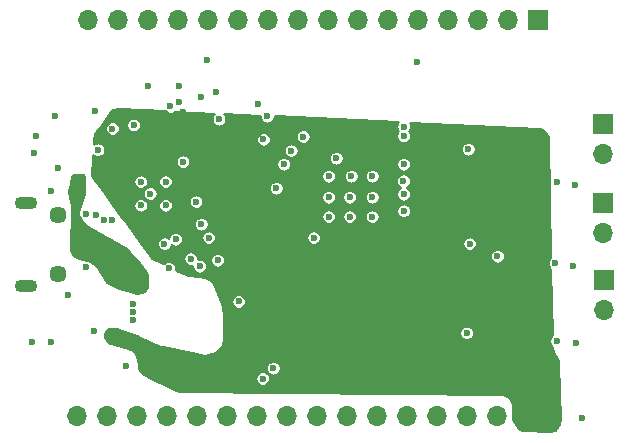
<source format=gbr>
G04 #@! TF.GenerationSoftware,KiCad,Pcbnew,(5.1.4)-1*
G04 #@! TF.CreationDate,2020-08-02T15:41:35-03:00*
G04 #@! TF.ProjectId,esp32_energy_monitor,65737033-325f-4656-9e65-7267795f6d6f,A*
G04 #@! TF.SameCoordinates,PX6d8d2a8PY639eee0*
G04 #@! TF.FileFunction,Copper,L3,Inr*
G04 #@! TF.FilePolarity,Positive*
%FSLAX46Y46*%
G04 Gerber Fmt 4.6, Leading zero omitted, Abs format (unit mm)*
G04 Created by KiCad (PCBNEW (5.1.4)-1) date 2020-08-02 15:41:35*
%MOMM*%
%LPD*%
G04 APERTURE LIST*
G04 #@! TA.AperFunction,ViaPad*
%ADD10O,1.900000X1.100000*%
G04 #@! TD*
G04 #@! TA.AperFunction,ViaPad*
%ADD11C,1.450000*%
G04 #@! TD*
G04 #@! TA.AperFunction,ViaPad*
%ADD12O,1.700000X1.700000*%
G04 #@! TD*
G04 #@! TA.AperFunction,ViaPad*
%ADD13R,1.700000X1.700000*%
G04 #@! TD*
G04 #@! TA.AperFunction,ViaPad*
%ADD14C,0.600000*%
G04 #@! TD*
G04 #@! TA.AperFunction,Conductor*
%ADD15C,0.254000*%
G04 #@! TD*
G04 APERTURE END LIST*
D10*
G04 #@! TO.N,GNDD*
G04 #@! TO.C,J1*
X1827000Y13460000D03*
D11*
X4527000Y19460000D03*
X4527000Y14460000D03*
D10*
X1827000Y20460000D03*
G04 #@! TD*
D12*
G04 #@! TO.N,Net-(C2-Pad1)*
G04 #@! TO.C,J2*
X50736500Y11366500D03*
D13*
G04 #@! TO.N,ADC1_6*
X50736500Y13906500D03*
G04 #@! TD*
G04 #@! TO.N,ADC1_7*
G04 #@! TO.C,J3*
X50673000Y20447000D03*
D12*
G04 #@! TO.N,Net-(C5-Pad1)*
X50673000Y17907000D03*
G04 #@! TD*
D13*
G04 #@! TO.N,ADC1_4*
G04 #@! TO.C,J4*
X50673000Y27178000D03*
D12*
G04 #@! TO.N,Net-(C9-Pad1)*
X50673000Y24638000D03*
G04 #@! TD*
D13*
G04 #@! TO.N,+3V3*
G04 #@! TO.C,J5*
X44188000Y2413000D03*
D12*
G04 #@! TO.N,IO25*
X41648000Y2413000D03*
G04 #@! TO.N,SENSOR_VP*
X39108000Y2413000D03*
G04 #@! TO.N,SENSOR_VN*
X36568000Y2413000D03*
G04 #@! TO.N,SD2*
X34028000Y2413000D03*
G04 #@! TO.N,SD3*
X31488000Y2413000D03*
G04 #@! TO.N,SCS*
X28948000Y2413000D03*
G04 #@! TO.N,CLK*
X26408000Y2413000D03*
G04 #@! TO.N,SD0*
X23868000Y2413000D03*
G04 #@! TO.N,SD1*
X21328000Y2413000D03*
G04 #@! TO.N,ADC1_7*
X18788000Y2413000D03*
G04 #@! TO.N,ADC1_6*
X16248000Y2413000D03*
G04 #@! TO.N,ADC1_4*
X13708000Y2413000D03*
G04 #@! TO.N,IO33*
X11168000Y2413000D03*
G04 #@! TO.N,IO26*
X8628000Y2413000D03*
G04 #@! TO.N,IO27*
X6088000Y2413000D03*
G04 #@! TD*
G04 #@! TO.N,GND*
G04 #@! TO.C,J6*
X7047000Y35960000D03*
X9587000Y35960000D03*
G04 #@! TO.N,IO23*
X12127000Y35960000D03*
G04 #@! TO.N,IO22*
X14667000Y35960000D03*
G04 #@! TO.N,IO21*
X17207000Y35960000D03*
G04 #@! TO.N,IO19*
X19747000Y35960000D03*
G04 #@! TO.N,IO4*
X22287000Y35960000D03*
G04 #@! TO.N,IO16*
X24827000Y35960000D03*
G04 #@! TO.N,IO17*
X27367000Y35960000D03*
G04 #@! TO.N,IO18*
X29907000Y35960000D03*
G04 #@! TO.N,IO5*
X32447000Y35960000D03*
G04 #@! TO.N,IO2*
X34987000Y35960000D03*
G04 #@! TO.N,IO15*
X37527000Y35960000D03*
G04 #@! TO.N,IO13*
X40067000Y35960000D03*
G04 #@! TO.N,IO12*
X42607000Y35960000D03*
D13*
G04 #@! TO.N,IO14*
X45147000Y35960000D03*
G04 #@! TD*
D14*
G04 #@! TO.N,GND*
X27432000Y19304000D03*
X11527000Y20260000D03*
X13627000Y20260000D03*
X13627000Y22260000D03*
X11527000Y22260000D03*
X31115000Y22733000D03*
X29210000Y20955000D03*
X27432000Y22733000D03*
X31115000Y20955000D03*
X27432000Y20955000D03*
X29337000Y22733000D03*
X10861000Y11928000D03*
X10861000Y11228000D03*
X10861000Y10528000D03*
X31115000Y19304000D03*
X29210000Y19304000D03*
X3927000Y8660000D03*
X3927000Y21460000D03*
X7902022Y24960000D03*
X7727000Y19460000D03*
X5327000Y12660000D03*
X39127000Y9460000D03*
X6852000Y19560000D03*
X4226980Y27860000D03*
X7561000Y9628000D03*
X10261000Y6628000D03*
X2527000Y24660000D03*
X10927000Y27060000D03*
X7627000Y28260000D03*
X9127000Y26760000D03*
X4527000Y23460000D03*
X41727000Y15960000D03*
X6927012Y15010000D03*
X19812000Y12128500D03*
X12319000Y21260000D03*
X46736000Y8763000D03*
X48387000Y8636000D03*
X48895000Y2286000D03*
X34925000Y32385000D03*
X46736000Y22225000D03*
X48260000Y21971000D03*
X46609000Y15367000D03*
X48133000Y15113000D03*
G04 #@! TO.N,+3V3*
X12561000Y7528000D03*
X7979334Y23276906D03*
X9061000Y9628004D03*
X41627002Y13960000D03*
X41527000Y12060000D03*
X15103010Y28128012D03*
X46355000Y5207000D03*
X44958000Y15240000D03*
X45085000Y8763000D03*
X45085000Y22098000D03*
G04 #@! TO.N,GNDD*
X2327000Y8660000D03*
G04 #@! TO.N,EN*
X39377000Y17010000D03*
X18151012Y27559000D03*
X25273000Y26088839D03*
X21910051Y25847051D03*
G04 #@! TO.N,IO0*
X2627000Y26160000D03*
X17907000Y29845000D03*
X17281990Y17525999D03*
G04 #@! TO.N,IO21*
X22987000Y21717000D03*
X17145000Y32575500D03*
G04 #@! TO.N,VBUS*
X6227000Y22560000D03*
X11303000Y14732000D03*
G04 #@! TO.N,USB_DP*
X9127885Y18992940D03*
G04 #@! TO.N,USB_DN*
X8427885Y18992940D03*
G04 #@! TO.N,RTS*
X13525534Y17008917D03*
G04 #@! TO.N,TX0*
X15748000Y15748000D03*
G04 #@! TO.N,RX0*
X16510000Y15113000D03*
G04 #@! TO.N,DTR*
X15103010Y23960000D03*
X13906500Y14922500D03*
X16206969Y20574000D03*
G04 #@! TO.N,ADC1_6*
X22733000Y6477000D03*
X33794000Y19800000D03*
G04 #@! TO.N,ADC1_7*
X33782000Y21209000D03*
X21852357Y5591256D03*
G04 #@! TO.N,ADC1_4*
X33770000Y22340000D03*
G04 #@! TO.N,IO25*
X39243000Y25019000D03*
G04 #@! TO.N,SCS*
X26162000Y17526000D03*
X28067000Y24257000D03*
G04 #@! TO.N,IO33*
X33782000Y23749000D03*
G04 #@! TO.N,IO26*
X33782000Y26133977D03*
G04 #@! TO.N,IO27*
X33782000Y26933990D03*
G04 #@! TO.N,IO23*
X14033500Y28638500D03*
X12128500Y30343010D03*
G04 #@! TO.N,IO22*
X18034000Y15621000D03*
X14477990Y17399000D03*
X14732000Y30352998D03*
X14761795Y28969543D03*
G04 #@! TO.N,IO19*
X16637000Y29464000D03*
X16637000Y18669000D03*
G04 #@! TO.N,IO18*
X23632913Y23749000D03*
G04 #@! TO.N,IO17*
X22225000Y27813000D03*
G04 #@! TO.N,IO16*
X21463000Y28829000D03*
G04 #@! TO.N,IO5*
X24257913Y24892000D03*
G04 #@! TD*
D15*
G04 #@! TO.N,VBUS*
G36*
X6570825Y22846472D02*
G01*
X6669651Y22810651D01*
X6702639Y22785669D01*
X6722036Y22754282D01*
X6731000Y22706258D01*
X6731000Y21484902D01*
X6694981Y21227721D01*
X6334748Y19966907D01*
X6332042Y19955448D01*
X6320281Y19892797D01*
X6296360Y19856996D01*
X6249095Y19742889D01*
X6225000Y19621754D01*
X6225000Y19498246D01*
X6249095Y19377111D01*
X6296360Y19263004D01*
X6364977Y19160311D01*
X6448731Y19076557D01*
X6484700Y19004619D01*
X6490678Y18993975D01*
X6592642Y18831270D01*
X6607515Y18811946D01*
X6738696Y18671728D01*
X6756988Y18655602D01*
X6912551Y18543041D01*
X6922774Y18536368D01*
X10208930Y16610001D01*
X10325293Y16528898D01*
X10427542Y16430606D01*
X11305690Y15442688D01*
X11354940Y15382413D01*
X11886311Y14673919D01*
X11985222Y14507499D01*
X12044277Y14330334D01*
X12065000Y14137852D01*
X12065000Y13486063D01*
X12044914Y13335455D01*
X11989353Y13203211D01*
X11901080Y13090152D01*
X11786262Y13004178D01*
X11645018Y12948163D01*
X11421093Y12892182D01*
X11259423Y12867020D01*
X11101633Y12871243D01*
X10941538Y12905018D01*
X9646470Y13303501D01*
X9503071Y13360955D01*
X8825058Y13699961D01*
X8683668Y13787865D01*
X8565236Y13896306D01*
X8465243Y14029426D01*
X7814808Y15086384D01*
X7807871Y15096523D01*
X7691168Y15250541D01*
X7674526Y15268578D01*
X7530379Y15397275D01*
X7510578Y15411774D01*
X7344369Y15510343D01*
X7322150Y15520764D01*
X7255904Y15544328D01*
X7224008Y15565640D01*
X7109901Y15612905D01*
X6988766Y15637000D01*
X6936634Y15637000D01*
X6279179Y15801364D01*
X6114367Y15860006D01*
X5969246Y15946125D01*
X5843425Y16058567D01*
X5741603Y16193130D01*
X5667593Y16344779D01*
X5624162Y16507843D01*
X5612524Y16682388D01*
X5711865Y19960610D01*
X5711604Y19973460D01*
X5697275Y20175090D01*
X5695716Y20187847D01*
X5491317Y21363136D01*
X5477972Y21525344D01*
X5493917Y21687326D01*
X5673077Y22627918D01*
X5703956Y22708720D01*
X5753372Y22765218D01*
X5829340Y22806577D01*
X5850364Y22813585D01*
X5991505Y22848321D01*
X6136385Y22860000D01*
X6454640Y22860000D01*
X6570825Y22846472D01*
X6570825Y22846472D01*
G37*
X6570825Y22846472D02*
X6669651Y22810651D01*
X6702639Y22785669D01*
X6722036Y22754282D01*
X6731000Y22706258D01*
X6731000Y21484902D01*
X6694981Y21227721D01*
X6334748Y19966907D01*
X6332042Y19955448D01*
X6320281Y19892797D01*
X6296360Y19856996D01*
X6249095Y19742889D01*
X6225000Y19621754D01*
X6225000Y19498246D01*
X6249095Y19377111D01*
X6296360Y19263004D01*
X6364977Y19160311D01*
X6448731Y19076557D01*
X6484700Y19004619D01*
X6490678Y18993975D01*
X6592642Y18831270D01*
X6607515Y18811946D01*
X6738696Y18671728D01*
X6756988Y18655602D01*
X6912551Y18543041D01*
X6922774Y18536368D01*
X10208930Y16610001D01*
X10325293Y16528898D01*
X10427542Y16430606D01*
X11305690Y15442688D01*
X11354940Y15382413D01*
X11886311Y14673919D01*
X11985222Y14507499D01*
X12044277Y14330334D01*
X12065000Y14137852D01*
X12065000Y13486063D01*
X12044914Y13335455D01*
X11989353Y13203211D01*
X11901080Y13090152D01*
X11786262Y13004178D01*
X11645018Y12948163D01*
X11421093Y12892182D01*
X11259423Y12867020D01*
X11101633Y12871243D01*
X10941538Y12905018D01*
X9646470Y13303501D01*
X9503071Y13360955D01*
X8825058Y13699961D01*
X8683668Y13787865D01*
X8565236Y13896306D01*
X8465243Y14029426D01*
X7814808Y15086384D01*
X7807871Y15096523D01*
X7691168Y15250541D01*
X7674526Y15268578D01*
X7530379Y15397275D01*
X7510578Y15411774D01*
X7344369Y15510343D01*
X7322150Y15520764D01*
X7255904Y15544328D01*
X7224008Y15565640D01*
X7109901Y15612905D01*
X6988766Y15637000D01*
X6936634Y15637000D01*
X6279179Y15801364D01*
X6114367Y15860006D01*
X5969246Y15946125D01*
X5843425Y16058567D01*
X5741603Y16193130D01*
X5667593Y16344779D01*
X5624162Y16507843D01*
X5612524Y16682388D01*
X5711865Y19960610D01*
X5711604Y19973460D01*
X5697275Y20175090D01*
X5695716Y20187847D01*
X5491317Y21363136D01*
X5477972Y21525344D01*
X5493917Y21687326D01*
X5673077Y22627918D01*
X5703956Y22708720D01*
X5753372Y22765218D01*
X5829340Y22806577D01*
X5850364Y22813585D01*
X5991505Y22848321D01*
X6136385Y22860000D01*
X6454640Y22860000D01*
X6570825Y22846472D01*
G04 #@! TO.N,+3V3*
G36*
X13549377Y28235911D02*
G01*
X13633811Y28151477D01*
X13736504Y28082860D01*
X13850611Y28035595D01*
X13971746Y28011500D01*
X14095254Y28011500D01*
X14216389Y28035595D01*
X14330496Y28082860D01*
X14433189Y28151477D01*
X14473179Y28191467D01*
X17739619Y28034319D01*
X17663989Y27958689D01*
X17595372Y27855996D01*
X17548107Y27741889D01*
X17524012Y27620754D01*
X17524012Y27497246D01*
X17548107Y27376111D01*
X17595372Y27262004D01*
X17663989Y27159311D01*
X17751323Y27071977D01*
X17854016Y27003360D01*
X17968123Y26956095D01*
X18089258Y26932000D01*
X18212766Y26932000D01*
X18333901Y26956095D01*
X18448008Y27003360D01*
X18550701Y27071977D01*
X18638035Y27159311D01*
X18706652Y27262004D01*
X18753917Y27376111D01*
X18778012Y27497246D01*
X18778012Y27620754D01*
X18753917Y27741889D01*
X18706652Y27855996D01*
X18638035Y27958689D01*
X18603990Y27992734D01*
X21598000Y27848692D01*
X21598000Y27751246D01*
X21622095Y27630111D01*
X21669360Y27516004D01*
X21737977Y27413311D01*
X21825311Y27325977D01*
X21928004Y27257360D01*
X22042111Y27210095D01*
X22163246Y27186000D01*
X22286754Y27186000D01*
X22407889Y27210095D01*
X22521996Y27257360D01*
X22624689Y27325977D01*
X22712023Y27413311D01*
X22780640Y27516004D01*
X22827905Y27630111D01*
X22852000Y27751246D01*
X22852000Y27788363D01*
X33264080Y27287438D01*
X33226360Y27230986D01*
X33179095Y27116879D01*
X33155000Y26995744D01*
X33155000Y26872236D01*
X33179095Y26751101D01*
X33226360Y26636994D01*
X33294977Y26534301D01*
X33295295Y26533983D01*
X33294977Y26533666D01*
X33226360Y26430973D01*
X33179095Y26316866D01*
X33155000Y26195731D01*
X33155000Y26072223D01*
X33179095Y25951088D01*
X33226360Y25836981D01*
X33294977Y25734288D01*
X33382311Y25646954D01*
X33485004Y25578337D01*
X33599111Y25531072D01*
X33720246Y25506977D01*
X33843754Y25506977D01*
X33964889Y25531072D01*
X34078996Y25578337D01*
X34181689Y25646954D01*
X34269023Y25734288D01*
X34337640Y25836981D01*
X34384905Y25951088D01*
X34409000Y26072223D01*
X34409000Y26195731D01*
X34384905Y26316866D01*
X34337640Y26430973D01*
X34269023Y26533666D01*
X34268706Y26533983D01*
X34269023Y26534301D01*
X34337640Y26636994D01*
X34384905Y26751101D01*
X34409000Y26872236D01*
X34409000Y26995744D01*
X34384905Y27116879D01*
X34337640Y27230986D01*
X34334324Y27235948D01*
X45156121Y26715312D01*
X45324019Y26691312D01*
X45478811Y26638330D01*
X45620994Y26557375D01*
X45745555Y26451305D01*
X45848124Y26323840D01*
X45925094Y26179462D01*
X45973752Y26023258D01*
X45993073Y25854762D01*
X46196059Y15840771D01*
X46121977Y15766689D01*
X46053360Y15663996D01*
X46006095Y15549889D01*
X45982000Y15428754D01*
X45982000Y15305246D01*
X46006095Y15184111D01*
X46053360Y15070004D01*
X46121977Y14967311D01*
X46209311Y14879977D01*
X46215620Y14875761D01*
X46329788Y9243500D01*
X46248977Y9162689D01*
X46180360Y9059996D01*
X46133095Y8945889D01*
X46109000Y8824754D01*
X46109000Y8701246D01*
X46133095Y8580111D01*
X46180360Y8466004D01*
X46248977Y8363311D01*
X46336311Y8275977D01*
X46351330Y8265942D01*
X46371587Y8090410D01*
X46376578Y8066937D01*
X46433166Y7886647D01*
X46442484Y7864531D01*
X46531978Y7698104D01*
X46538162Y7687805D01*
X46720076Y7414934D01*
X46800665Y7265245D01*
X46850010Y7108848D01*
X46869918Y6940022D01*
X46982547Y2096947D01*
X46968100Y1913572D01*
X46918662Y1743171D01*
X46832725Y1580542D01*
X46760931Y1472850D01*
X46667281Y1359445D01*
X46557634Y1271508D01*
X46432416Y1207680D01*
X46296841Y1170617D01*
X46150044Y1161461D01*
X44013355Y1246928D01*
X43830916Y1273884D01*
X43664702Y1336473D01*
X43515523Y1432844D01*
X43390136Y1558632D01*
X43290559Y1713861D01*
X43148463Y1998054D01*
X43077189Y2194692D01*
X43053000Y2402439D01*
X43053000Y3199889D01*
X43052395Y3212267D01*
X43033397Y3406262D01*
X43028595Y3430547D01*
X42972324Y3617172D01*
X42962902Y3640063D01*
X42871496Y3812226D01*
X42857811Y3832856D01*
X42734742Y3984016D01*
X42717316Y4001599D01*
X42567261Y4126012D01*
X42546755Y4139879D01*
X42375415Y4232819D01*
X42352608Y4242446D01*
X42166493Y4300381D01*
X42142252Y4305400D01*
X41948434Y4326129D01*
X41936062Y4326844D01*
X14726339Y4569788D01*
X14515775Y4596583D01*
X14317262Y4671728D01*
X12430182Y5653010D01*
X21225357Y5653010D01*
X21225357Y5529502D01*
X21249452Y5408367D01*
X21296717Y5294260D01*
X21365334Y5191567D01*
X21452668Y5104233D01*
X21555361Y5035616D01*
X21669468Y4988351D01*
X21790603Y4964256D01*
X21914111Y4964256D01*
X22035246Y4988351D01*
X22149353Y5035616D01*
X22252046Y5104233D01*
X22339380Y5191567D01*
X22407997Y5294260D01*
X22455262Y5408367D01*
X22479357Y5529502D01*
X22479357Y5653010D01*
X22455262Y5774145D01*
X22407997Y5888252D01*
X22345443Y5981870D01*
X22436004Y5921360D01*
X22550111Y5874095D01*
X22671246Y5850000D01*
X22794754Y5850000D01*
X22915889Y5874095D01*
X23029996Y5921360D01*
X23132689Y5989977D01*
X23220023Y6077311D01*
X23288640Y6180004D01*
X23335905Y6294111D01*
X23360000Y6415246D01*
X23360000Y6538754D01*
X23335905Y6659889D01*
X23288640Y6773996D01*
X23220023Y6876689D01*
X23132689Y6964023D01*
X23029996Y7032640D01*
X22915889Y7079905D01*
X22794754Y7104000D01*
X22671246Y7104000D01*
X22550111Y7079905D01*
X22436004Y7032640D01*
X22333311Y6964023D01*
X22245977Y6876689D01*
X22177360Y6773996D01*
X22130095Y6659889D01*
X22106000Y6538754D01*
X22106000Y6415246D01*
X22130095Y6294111D01*
X22177360Y6180004D01*
X22239914Y6086386D01*
X22149353Y6146896D01*
X22035246Y6194161D01*
X21914111Y6218256D01*
X21790603Y6218256D01*
X21669468Y6194161D01*
X21555361Y6146896D01*
X21452668Y6078279D01*
X21365334Y5990945D01*
X21296717Y5888252D01*
X21249452Y5774145D01*
X21225357Y5653010D01*
X12430182Y5653010D01*
X11822863Y5968816D01*
X11678925Y6061984D01*
X11559530Y6176451D01*
X11463883Y6311399D01*
X11395428Y6461967D01*
X11355197Y6628647D01*
X11266432Y7250006D01*
X11264135Y7261960D01*
X11219034Y7448046D01*
X11211069Y7471023D01*
X11131328Y7645101D01*
X11119131Y7666137D01*
X11007674Y7821826D01*
X10991692Y7840152D01*
X10852605Y7971745D01*
X10833422Y7986690D01*
X10671804Y8089361D01*
X10650124Y8100375D01*
X10471899Y8170361D01*
X10460369Y8174263D01*
X9034031Y8581788D01*
X8885427Y8642179D01*
X8758835Y8729051D01*
X8653740Y8840972D01*
X8574996Y8972773D01*
X8526245Y9118360D01*
X8509000Y9277846D01*
X8509000Y9326172D01*
X8525205Y9449262D01*
X8569501Y9556202D01*
X8639966Y9648034D01*
X8731798Y9718499D01*
X8838738Y9762795D01*
X8961828Y9779000D01*
X9346340Y9779000D01*
X9500703Y9765730D01*
X9650539Y9726309D01*
X11225519Y9163815D01*
X11285915Y9139852D01*
X13191564Y8306131D01*
X13203514Y8301605D01*
X13394804Y8239960D01*
X13407148Y8236657D01*
X16597538Y7553002D01*
X16608656Y7551131D01*
X16784713Y7529493D01*
X16807229Y7528739D01*
X16984339Y7538549D01*
X17006632Y7541785D01*
X17179222Y7582732D01*
X17190066Y7585819D01*
X17771389Y7779593D01*
X17783690Y7784418D01*
X17972930Y7870256D01*
X17995700Y7883595D01*
X18163115Y8006691D01*
X18182638Y8024449D01*
X18320997Y8179488D01*
X18336427Y8200897D01*
X18439757Y8381184D01*
X18450430Y8405320D01*
X18514268Y8603069D01*
X18519723Y8628890D01*
X18541313Y8835564D01*
X18542000Y8848759D01*
X18542000Y9521754D01*
X38500000Y9521754D01*
X38500000Y9398246D01*
X38524095Y9277111D01*
X38571360Y9163004D01*
X38639977Y9060311D01*
X38727311Y8972977D01*
X38830004Y8904360D01*
X38944111Y8857095D01*
X39065246Y8833000D01*
X39188754Y8833000D01*
X39309889Y8857095D01*
X39423996Y8904360D01*
X39526689Y8972977D01*
X39614023Y9060311D01*
X39682640Y9163004D01*
X39729905Y9277111D01*
X39754000Y9398246D01*
X39754000Y9521754D01*
X39729905Y9642889D01*
X39682640Y9756996D01*
X39614023Y9859689D01*
X39526689Y9947023D01*
X39423996Y10015640D01*
X39309889Y10062905D01*
X39188754Y10087000D01*
X39065246Y10087000D01*
X38944111Y10062905D01*
X38830004Y10015640D01*
X38727311Y9947023D01*
X38639977Y9859689D01*
X38571360Y9756996D01*
X38524095Y9642889D01*
X38500000Y9521754D01*
X18542000Y9521754D01*
X18542000Y11260054D01*
X18541550Y11270731D01*
X18527415Y11438275D01*
X18523838Y11459327D01*
X18481831Y11622134D01*
X18478728Y11632359D01*
X18283465Y12190254D01*
X19185000Y12190254D01*
X19185000Y12066746D01*
X19209095Y11945611D01*
X19256360Y11831504D01*
X19324977Y11728811D01*
X19412311Y11641477D01*
X19515004Y11572860D01*
X19629111Y11525595D01*
X19750246Y11501500D01*
X19873754Y11501500D01*
X19994889Y11525595D01*
X20108996Y11572860D01*
X20211689Y11641477D01*
X20299023Y11728811D01*
X20367640Y11831504D01*
X20414905Y11945611D01*
X20439000Y12066746D01*
X20439000Y12190254D01*
X20414905Y12311389D01*
X20367640Y12425496D01*
X20299023Y12528189D01*
X20211689Y12615523D01*
X20108996Y12684140D01*
X19994889Y12731405D01*
X19873754Y12755500D01*
X19750246Y12755500D01*
X19629111Y12731405D01*
X19515004Y12684140D01*
X19412311Y12615523D01*
X19324977Y12528189D01*
X19256360Y12425496D01*
X19209095Y12311389D01*
X19185000Y12190254D01*
X18283465Y12190254D01*
X17850636Y13426909D01*
X17846249Y13437800D01*
X17769396Y13605748D01*
X17757708Y13626085D01*
X17651278Y13777036D01*
X17636049Y13794877D01*
X17503674Y13923679D01*
X17485423Y13938414D01*
X17331618Y14040674D01*
X17310969Y14051802D01*
X17140981Y14124032D01*
X17118638Y14131172D01*
X16938265Y14170908D01*
X16926694Y14172901D01*
X15676595Y14329164D01*
X15533662Y14358904D01*
X15397375Y14411253D01*
X14527175Y14828949D01*
X14533500Y14860746D01*
X14533500Y14984254D01*
X14509405Y15105389D01*
X14462140Y15219496D01*
X14393523Y15322189D01*
X14306189Y15409523D01*
X14203496Y15478140D01*
X14089389Y15525405D01*
X13968254Y15549500D01*
X13844746Y15549500D01*
X13723611Y15525405D01*
X13609504Y15478140D01*
X13506811Y15409523D01*
X13445460Y15348172D01*
X12609405Y15749478D01*
X12506770Y15809754D01*
X15121000Y15809754D01*
X15121000Y15686246D01*
X15145095Y15565111D01*
X15192360Y15451004D01*
X15260977Y15348311D01*
X15348311Y15260977D01*
X15451004Y15192360D01*
X15565111Y15145095D01*
X15686246Y15121000D01*
X15809754Y15121000D01*
X15883000Y15135569D01*
X15883000Y15051246D01*
X15907095Y14930111D01*
X15954360Y14816004D01*
X16022977Y14713311D01*
X16110311Y14625977D01*
X16213004Y14557360D01*
X16327111Y14510095D01*
X16448246Y14486000D01*
X16571754Y14486000D01*
X16692889Y14510095D01*
X16806996Y14557360D01*
X16909689Y14625977D01*
X16997023Y14713311D01*
X17065640Y14816004D01*
X17112905Y14930111D01*
X17137000Y15051246D01*
X17137000Y15174754D01*
X17112905Y15295889D01*
X17065640Y15409996D01*
X16997023Y15512689D01*
X16909689Y15600023D01*
X16806996Y15668640D01*
X16772923Y15682754D01*
X17407000Y15682754D01*
X17407000Y15559246D01*
X17431095Y15438111D01*
X17478360Y15324004D01*
X17546977Y15221311D01*
X17634311Y15133977D01*
X17737004Y15065360D01*
X17851111Y15018095D01*
X17972246Y14994000D01*
X18095754Y14994000D01*
X18216889Y15018095D01*
X18330996Y15065360D01*
X18433689Y15133977D01*
X18521023Y15221311D01*
X18589640Y15324004D01*
X18636905Y15438111D01*
X18661000Y15559246D01*
X18661000Y15682754D01*
X18636905Y15803889D01*
X18589640Y15917996D01*
X18521023Y16020689D01*
X18519958Y16021754D01*
X41100000Y16021754D01*
X41100000Y15898246D01*
X41124095Y15777111D01*
X41171360Y15663004D01*
X41239977Y15560311D01*
X41327311Y15472977D01*
X41430004Y15404360D01*
X41544111Y15357095D01*
X41665246Y15333000D01*
X41788754Y15333000D01*
X41909889Y15357095D01*
X42023996Y15404360D01*
X42126689Y15472977D01*
X42214023Y15560311D01*
X42282640Y15663004D01*
X42329905Y15777111D01*
X42354000Y15898246D01*
X42354000Y16021754D01*
X42329905Y16142889D01*
X42282640Y16256996D01*
X42214023Y16359689D01*
X42126689Y16447023D01*
X42023996Y16515640D01*
X41909889Y16562905D01*
X41788754Y16587000D01*
X41665246Y16587000D01*
X41544111Y16562905D01*
X41430004Y16515640D01*
X41327311Y16447023D01*
X41239977Y16359689D01*
X41171360Y16256996D01*
X41124095Y16142889D01*
X41100000Y16021754D01*
X18519958Y16021754D01*
X18433689Y16108023D01*
X18330996Y16176640D01*
X18216889Y16223905D01*
X18095754Y16248000D01*
X17972246Y16248000D01*
X17851111Y16223905D01*
X17737004Y16176640D01*
X17634311Y16108023D01*
X17546977Y16020689D01*
X17478360Y15917996D01*
X17431095Y15803889D01*
X17407000Y15682754D01*
X16772923Y15682754D01*
X16692889Y15715905D01*
X16571754Y15740000D01*
X16448246Y15740000D01*
X16375000Y15725431D01*
X16375000Y15809754D01*
X16350905Y15930889D01*
X16303640Y16044996D01*
X16235023Y16147689D01*
X16147689Y16235023D01*
X16044996Y16303640D01*
X15930889Y16350905D01*
X15809754Y16375000D01*
X15686246Y16375000D01*
X15565111Y16350905D01*
X15451004Y16303640D01*
X15348311Y16235023D01*
X15260977Y16147689D01*
X15192360Y16044996D01*
X15145095Y15930889D01*
X15121000Y15809754D01*
X12506770Y15809754D01*
X12479317Y15825876D01*
X12367815Y15919414D01*
X12269951Y16034244D01*
X11526428Y17070671D01*
X12898534Y17070671D01*
X12898534Y16947163D01*
X12922629Y16826028D01*
X12969894Y16711921D01*
X13038511Y16609228D01*
X13125845Y16521894D01*
X13228538Y16453277D01*
X13342645Y16406012D01*
X13463780Y16381917D01*
X13587288Y16381917D01*
X13708423Y16406012D01*
X13822530Y16453277D01*
X13925223Y16521894D01*
X14012557Y16609228D01*
X14081174Y16711921D01*
X14128439Y16826028D01*
X14137648Y16872323D01*
X14180994Y16843360D01*
X14295101Y16796095D01*
X14416236Y16772000D01*
X14539744Y16772000D01*
X14660879Y16796095D01*
X14774986Y16843360D01*
X14877679Y16911977D01*
X14965013Y16999311D01*
X15033630Y17102004D01*
X15080895Y17216111D01*
X15104990Y17337246D01*
X15104990Y17460754D01*
X15080895Y17581889D01*
X15078467Y17587753D01*
X16654990Y17587753D01*
X16654990Y17464245D01*
X16679085Y17343110D01*
X16726350Y17229003D01*
X16794967Y17126310D01*
X16882301Y17038976D01*
X16984994Y16970359D01*
X17099101Y16923094D01*
X17220236Y16898999D01*
X17343744Y16898999D01*
X17464879Y16923094D01*
X17578986Y16970359D01*
X17681679Y17038976D01*
X17769013Y17126310D01*
X17837630Y17229003D01*
X17884895Y17343110D01*
X17908990Y17464245D01*
X17908990Y17587753D01*
X17908990Y17587754D01*
X25535000Y17587754D01*
X25535000Y17464246D01*
X25559095Y17343111D01*
X25606360Y17229004D01*
X25674977Y17126311D01*
X25762311Y17038977D01*
X25865004Y16970360D01*
X25979111Y16923095D01*
X26100246Y16899000D01*
X26223754Y16899000D01*
X26344889Y16923095D01*
X26458996Y16970360D01*
X26561689Y17038977D01*
X26594466Y17071754D01*
X38750000Y17071754D01*
X38750000Y16948246D01*
X38774095Y16827111D01*
X38821360Y16713004D01*
X38889977Y16610311D01*
X38977311Y16522977D01*
X39080004Y16454360D01*
X39194111Y16407095D01*
X39315246Y16383000D01*
X39438754Y16383000D01*
X39559889Y16407095D01*
X39673996Y16454360D01*
X39776689Y16522977D01*
X39864023Y16610311D01*
X39932640Y16713004D01*
X39979905Y16827111D01*
X40004000Y16948246D01*
X40004000Y17071754D01*
X39979905Y17192889D01*
X39932640Y17306996D01*
X39864023Y17409689D01*
X39776689Y17497023D01*
X39673996Y17565640D01*
X39559889Y17612905D01*
X39438754Y17637000D01*
X39315246Y17637000D01*
X39194111Y17612905D01*
X39080004Y17565640D01*
X38977311Y17497023D01*
X38889977Y17409689D01*
X38821360Y17306996D01*
X38774095Y17192889D01*
X38750000Y17071754D01*
X26594466Y17071754D01*
X26649023Y17126311D01*
X26717640Y17229004D01*
X26764905Y17343111D01*
X26789000Y17464246D01*
X26789000Y17587754D01*
X26764905Y17708889D01*
X26717640Y17822996D01*
X26649023Y17925689D01*
X26561689Y18013023D01*
X26458996Y18081640D01*
X26344889Y18128905D01*
X26223754Y18153000D01*
X26100246Y18153000D01*
X25979111Y18128905D01*
X25865004Y18081640D01*
X25762311Y18013023D01*
X25674977Y17925689D01*
X25606360Y17822996D01*
X25559095Y17708889D01*
X25535000Y17587754D01*
X17908990Y17587754D01*
X17884895Y17708888D01*
X17837630Y17822995D01*
X17769013Y17925688D01*
X17681679Y18013022D01*
X17578986Y18081639D01*
X17464879Y18128904D01*
X17343744Y18152999D01*
X17220236Y18152999D01*
X17099101Y18128904D01*
X16984994Y18081639D01*
X16882301Y18013022D01*
X16794967Y17925688D01*
X16726350Y17822995D01*
X16679085Y17708888D01*
X16654990Y17587753D01*
X15078467Y17587753D01*
X15033630Y17695996D01*
X14965013Y17798689D01*
X14877679Y17886023D01*
X14774986Y17954640D01*
X14660879Y18001905D01*
X14539744Y18026000D01*
X14416236Y18026000D01*
X14295101Y18001905D01*
X14180994Y17954640D01*
X14078301Y17886023D01*
X13990967Y17798689D01*
X13922350Y17695996D01*
X13875085Y17581889D01*
X13865876Y17535594D01*
X13822530Y17564557D01*
X13708423Y17611822D01*
X13587288Y17635917D01*
X13463780Y17635917D01*
X13342645Y17611822D01*
X13228538Y17564557D01*
X13125845Y17495940D01*
X13038511Y17408606D01*
X12969894Y17305913D01*
X12922629Y17191806D01*
X12898534Y17070671D01*
X11526428Y17070671D01*
X10335499Y18730754D01*
X16010000Y18730754D01*
X16010000Y18607246D01*
X16034095Y18486111D01*
X16081360Y18372004D01*
X16149977Y18269311D01*
X16237311Y18181977D01*
X16340004Y18113360D01*
X16454111Y18066095D01*
X16575246Y18042000D01*
X16698754Y18042000D01*
X16819889Y18066095D01*
X16933996Y18113360D01*
X17036689Y18181977D01*
X17124023Y18269311D01*
X17192640Y18372004D01*
X17239905Y18486111D01*
X17264000Y18607246D01*
X17264000Y18730754D01*
X17239905Y18851889D01*
X17192640Y18965996D01*
X17124023Y19068689D01*
X17036689Y19156023D01*
X16933996Y19224640D01*
X16819889Y19271905D01*
X16698754Y19296000D01*
X16575246Y19296000D01*
X16454111Y19271905D01*
X16340004Y19224640D01*
X16237311Y19156023D01*
X16149977Y19068689D01*
X16081360Y18965996D01*
X16034095Y18851889D01*
X16010000Y18730754D01*
X10335499Y18730754D01*
X9879956Y19365754D01*
X26805000Y19365754D01*
X26805000Y19242246D01*
X26829095Y19121111D01*
X26876360Y19007004D01*
X26944977Y18904311D01*
X27032311Y18816977D01*
X27135004Y18748360D01*
X27249111Y18701095D01*
X27370246Y18677000D01*
X27493754Y18677000D01*
X27614889Y18701095D01*
X27728996Y18748360D01*
X27831689Y18816977D01*
X27919023Y18904311D01*
X27987640Y19007004D01*
X28034905Y19121111D01*
X28059000Y19242246D01*
X28059000Y19365754D01*
X28583000Y19365754D01*
X28583000Y19242246D01*
X28607095Y19121111D01*
X28654360Y19007004D01*
X28722977Y18904311D01*
X28810311Y18816977D01*
X28913004Y18748360D01*
X29027111Y18701095D01*
X29148246Y18677000D01*
X29271754Y18677000D01*
X29392889Y18701095D01*
X29506996Y18748360D01*
X29609689Y18816977D01*
X29697023Y18904311D01*
X29765640Y19007004D01*
X29812905Y19121111D01*
X29837000Y19242246D01*
X29837000Y19365754D01*
X30488000Y19365754D01*
X30488000Y19242246D01*
X30512095Y19121111D01*
X30559360Y19007004D01*
X30627977Y18904311D01*
X30715311Y18816977D01*
X30818004Y18748360D01*
X30932111Y18701095D01*
X31053246Y18677000D01*
X31176754Y18677000D01*
X31297889Y18701095D01*
X31411996Y18748360D01*
X31514689Y18816977D01*
X31602023Y18904311D01*
X31670640Y19007004D01*
X31717905Y19121111D01*
X31742000Y19242246D01*
X31742000Y19365754D01*
X31717905Y19486889D01*
X31670640Y19600996D01*
X31602023Y19703689D01*
X31514689Y19791023D01*
X31411996Y19859640D01*
X31406893Y19861754D01*
X33167000Y19861754D01*
X33167000Y19738246D01*
X33191095Y19617111D01*
X33238360Y19503004D01*
X33306977Y19400311D01*
X33394311Y19312977D01*
X33497004Y19244360D01*
X33611111Y19197095D01*
X33732246Y19173000D01*
X33855754Y19173000D01*
X33976889Y19197095D01*
X34090996Y19244360D01*
X34193689Y19312977D01*
X34281023Y19400311D01*
X34349640Y19503004D01*
X34396905Y19617111D01*
X34421000Y19738246D01*
X34421000Y19861754D01*
X34396905Y19982889D01*
X34349640Y20096996D01*
X34281023Y20199689D01*
X34193689Y20287023D01*
X34090996Y20355640D01*
X33976889Y20402905D01*
X33855754Y20427000D01*
X33732246Y20427000D01*
X33611111Y20402905D01*
X33497004Y20355640D01*
X33394311Y20287023D01*
X33306977Y20199689D01*
X33238360Y20096996D01*
X33191095Y19982889D01*
X33167000Y19861754D01*
X31406893Y19861754D01*
X31297889Y19906905D01*
X31176754Y19931000D01*
X31053246Y19931000D01*
X30932111Y19906905D01*
X30818004Y19859640D01*
X30715311Y19791023D01*
X30627977Y19703689D01*
X30559360Y19600996D01*
X30512095Y19486889D01*
X30488000Y19365754D01*
X29837000Y19365754D01*
X29812905Y19486889D01*
X29765640Y19600996D01*
X29697023Y19703689D01*
X29609689Y19791023D01*
X29506996Y19859640D01*
X29392889Y19906905D01*
X29271754Y19931000D01*
X29148246Y19931000D01*
X29027111Y19906905D01*
X28913004Y19859640D01*
X28810311Y19791023D01*
X28722977Y19703689D01*
X28654360Y19600996D01*
X28607095Y19486889D01*
X28583000Y19365754D01*
X28059000Y19365754D01*
X28034905Y19486889D01*
X27987640Y19600996D01*
X27919023Y19703689D01*
X27831689Y19791023D01*
X27728996Y19859640D01*
X27614889Y19906905D01*
X27493754Y19931000D01*
X27370246Y19931000D01*
X27249111Y19906905D01*
X27135004Y19859640D01*
X27032311Y19791023D01*
X26944977Y19703689D01*
X26876360Y19600996D01*
X26829095Y19486889D01*
X26805000Y19365754D01*
X9879956Y19365754D01*
X9194129Y20321754D01*
X10900000Y20321754D01*
X10900000Y20198246D01*
X10924095Y20077111D01*
X10971360Y19963004D01*
X11039977Y19860311D01*
X11127311Y19772977D01*
X11230004Y19704360D01*
X11344111Y19657095D01*
X11465246Y19633000D01*
X11588754Y19633000D01*
X11709889Y19657095D01*
X11823996Y19704360D01*
X11926689Y19772977D01*
X12014023Y19860311D01*
X12082640Y19963004D01*
X12129905Y20077111D01*
X12154000Y20198246D01*
X12154000Y20321754D01*
X13000000Y20321754D01*
X13000000Y20198246D01*
X13024095Y20077111D01*
X13071360Y19963004D01*
X13139977Y19860311D01*
X13227311Y19772977D01*
X13330004Y19704360D01*
X13444111Y19657095D01*
X13565246Y19633000D01*
X13688754Y19633000D01*
X13809889Y19657095D01*
X13923996Y19704360D01*
X14026689Y19772977D01*
X14114023Y19860311D01*
X14182640Y19963004D01*
X14229905Y20077111D01*
X14254000Y20198246D01*
X14254000Y20321754D01*
X14229905Y20442889D01*
X14182640Y20556996D01*
X14130016Y20635754D01*
X15579969Y20635754D01*
X15579969Y20512246D01*
X15604064Y20391111D01*
X15651329Y20277004D01*
X15719946Y20174311D01*
X15807280Y20086977D01*
X15909973Y20018360D01*
X16024080Y19971095D01*
X16145215Y19947000D01*
X16268723Y19947000D01*
X16389858Y19971095D01*
X16503965Y20018360D01*
X16606658Y20086977D01*
X16693992Y20174311D01*
X16762609Y20277004D01*
X16809874Y20391111D01*
X16833969Y20512246D01*
X16833969Y20635754D01*
X16809874Y20756889D01*
X16762609Y20870996D01*
X16693992Y20973689D01*
X16650927Y21016754D01*
X26805000Y21016754D01*
X26805000Y20893246D01*
X26829095Y20772111D01*
X26876360Y20658004D01*
X26944977Y20555311D01*
X27032311Y20467977D01*
X27135004Y20399360D01*
X27249111Y20352095D01*
X27370246Y20328000D01*
X27493754Y20328000D01*
X27614889Y20352095D01*
X27728996Y20399360D01*
X27831689Y20467977D01*
X27919023Y20555311D01*
X27987640Y20658004D01*
X28034905Y20772111D01*
X28059000Y20893246D01*
X28059000Y21016754D01*
X28583000Y21016754D01*
X28583000Y20893246D01*
X28607095Y20772111D01*
X28654360Y20658004D01*
X28722977Y20555311D01*
X28810311Y20467977D01*
X28913004Y20399360D01*
X29027111Y20352095D01*
X29148246Y20328000D01*
X29271754Y20328000D01*
X29392889Y20352095D01*
X29506996Y20399360D01*
X29609689Y20467977D01*
X29697023Y20555311D01*
X29765640Y20658004D01*
X29812905Y20772111D01*
X29837000Y20893246D01*
X29837000Y21016754D01*
X30488000Y21016754D01*
X30488000Y20893246D01*
X30512095Y20772111D01*
X30559360Y20658004D01*
X30627977Y20555311D01*
X30715311Y20467977D01*
X30818004Y20399360D01*
X30932111Y20352095D01*
X31053246Y20328000D01*
X31176754Y20328000D01*
X31297889Y20352095D01*
X31411996Y20399360D01*
X31514689Y20467977D01*
X31602023Y20555311D01*
X31670640Y20658004D01*
X31717905Y20772111D01*
X31742000Y20893246D01*
X31742000Y21016754D01*
X31717905Y21137889D01*
X31670640Y21251996D01*
X31602023Y21354689D01*
X31514689Y21442023D01*
X31411996Y21510640D01*
X31297889Y21557905D01*
X31176754Y21582000D01*
X31053246Y21582000D01*
X30932111Y21557905D01*
X30818004Y21510640D01*
X30715311Y21442023D01*
X30627977Y21354689D01*
X30559360Y21251996D01*
X30512095Y21137889D01*
X30488000Y21016754D01*
X29837000Y21016754D01*
X29812905Y21137889D01*
X29765640Y21251996D01*
X29697023Y21354689D01*
X29609689Y21442023D01*
X29506996Y21510640D01*
X29392889Y21557905D01*
X29271754Y21582000D01*
X29148246Y21582000D01*
X29027111Y21557905D01*
X28913004Y21510640D01*
X28810311Y21442023D01*
X28722977Y21354689D01*
X28654360Y21251996D01*
X28607095Y21137889D01*
X28583000Y21016754D01*
X28059000Y21016754D01*
X28034905Y21137889D01*
X27987640Y21251996D01*
X27919023Y21354689D01*
X27831689Y21442023D01*
X27728996Y21510640D01*
X27614889Y21557905D01*
X27493754Y21582000D01*
X27370246Y21582000D01*
X27249111Y21557905D01*
X27135004Y21510640D01*
X27032311Y21442023D01*
X26944977Y21354689D01*
X26876360Y21251996D01*
X26829095Y21137889D01*
X26805000Y21016754D01*
X16650927Y21016754D01*
X16606658Y21061023D01*
X16503965Y21129640D01*
X16389858Y21176905D01*
X16268723Y21201000D01*
X16145215Y21201000D01*
X16024080Y21176905D01*
X15909973Y21129640D01*
X15807280Y21061023D01*
X15719946Y20973689D01*
X15651329Y20870996D01*
X15604064Y20756889D01*
X15579969Y20635754D01*
X14130016Y20635754D01*
X14114023Y20659689D01*
X14026689Y20747023D01*
X13923996Y20815640D01*
X13809889Y20862905D01*
X13688754Y20887000D01*
X13565246Y20887000D01*
X13444111Y20862905D01*
X13330004Y20815640D01*
X13227311Y20747023D01*
X13139977Y20659689D01*
X13071360Y20556996D01*
X13024095Y20442889D01*
X13000000Y20321754D01*
X12154000Y20321754D01*
X12129905Y20442889D01*
X12082640Y20556996D01*
X12014023Y20659689D01*
X11926689Y20747023D01*
X11823996Y20815640D01*
X11709889Y20862905D01*
X11588754Y20887000D01*
X11465246Y20887000D01*
X11344111Y20862905D01*
X11230004Y20815640D01*
X11127311Y20747023D01*
X11039977Y20659689D01*
X10971360Y20556996D01*
X10924095Y20442889D01*
X10900000Y20321754D01*
X9194129Y20321754D01*
X8476737Y21321754D01*
X11692000Y21321754D01*
X11692000Y21198246D01*
X11716095Y21077111D01*
X11763360Y20963004D01*
X11831977Y20860311D01*
X11919311Y20772977D01*
X12022004Y20704360D01*
X12136111Y20657095D01*
X12257246Y20633000D01*
X12380754Y20633000D01*
X12501889Y20657095D01*
X12615996Y20704360D01*
X12718689Y20772977D01*
X12806023Y20860311D01*
X12874640Y20963004D01*
X12921905Y21077111D01*
X12946000Y21198246D01*
X12946000Y21321754D01*
X12921905Y21442889D01*
X12874640Y21556996D01*
X12806023Y21659689D01*
X12718689Y21747023D01*
X12615996Y21815640D01*
X12501889Y21862905D01*
X12380754Y21887000D01*
X12257246Y21887000D01*
X12136111Y21862905D01*
X12022004Y21815640D01*
X11919311Y21747023D01*
X11831977Y21659689D01*
X11763360Y21556996D01*
X11716095Y21442889D01*
X11692000Y21321754D01*
X8476737Y21321754D01*
X8242484Y21648288D01*
X8241031Y21650273D01*
X8217845Y21681306D01*
X8216354Y21683262D01*
X7719750Y22321754D01*
X10900000Y22321754D01*
X10900000Y22198246D01*
X10924095Y22077111D01*
X10971360Y21963004D01*
X11039977Y21860311D01*
X11127311Y21772977D01*
X11230004Y21704360D01*
X11344111Y21657095D01*
X11465246Y21633000D01*
X11588754Y21633000D01*
X11709889Y21657095D01*
X11823996Y21704360D01*
X11926689Y21772977D01*
X12014023Y21860311D01*
X12082640Y21963004D01*
X12129905Y22077111D01*
X12154000Y22198246D01*
X12154000Y22321754D01*
X13000000Y22321754D01*
X13000000Y22198246D01*
X13024095Y22077111D01*
X13071360Y21963004D01*
X13139977Y21860311D01*
X13227311Y21772977D01*
X13330004Y21704360D01*
X13444111Y21657095D01*
X13565246Y21633000D01*
X13688754Y21633000D01*
X13809889Y21657095D01*
X13923996Y21704360D01*
X14026689Y21772977D01*
X14032466Y21778754D01*
X22360000Y21778754D01*
X22360000Y21655246D01*
X22384095Y21534111D01*
X22431360Y21420004D01*
X22499977Y21317311D01*
X22587311Y21229977D01*
X22690004Y21161360D01*
X22804111Y21114095D01*
X22925246Y21090000D01*
X23048754Y21090000D01*
X23169889Y21114095D01*
X23283996Y21161360D01*
X23386689Y21229977D01*
X23474023Y21317311D01*
X23542640Y21420004D01*
X23589905Y21534111D01*
X23614000Y21655246D01*
X23614000Y21778754D01*
X23589905Y21899889D01*
X23542640Y22013996D01*
X23474023Y22116689D01*
X23386689Y22204023D01*
X23283996Y22272640D01*
X23169889Y22319905D01*
X23048754Y22344000D01*
X22925246Y22344000D01*
X22804111Y22319905D01*
X22690004Y22272640D01*
X22587311Y22204023D01*
X22499977Y22116689D01*
X22431360Y22013996D01*
X22384095Y21899889D01*
X22360000Y21778754D01*
X14032466Y21778754D01*
X14114023Y21860311D01*
X14182640Y21963004D01*
X14229905Y22077111D01*
X14254000Y22198246D01*
X14254000Y22321754D01*
X14229905Y22442889D01*
X14182640Y22556996D01*
X14114023Y22659689D01*
X14026689Y22747023D01*
X13955255Y22794754D01*
X26805000Y22794754D01*
X26805000Y22671246D01*
X26829095Y22550111D01*
X26876360Y22436004D01*
X26944977Y22333311D01*
X27032311Y22245977D01*
X27135004Y22177360D01*
X27249111Y22130095D01*
X27370246Y22106000D01*
X27493754Y22106000D01*
X27614889Y22130095D01*
X27728996Y22177360D01*
X27831689Y22245977D01*
X27919023Y22333311D01*
X27987640Y22436004D01*
X28034905Y22550111D01*
X28059000Y22671246D01*
X28059000Y22794754D01*
X28710000Y22794754D01*
X28710000Y22671246D01*
X28734095Y22550111D01*
X28781360Y22436004D01*
X28849977Y22333311D01*
X28937311Y22245977D01*
X29040004Y22177360D01*
X29154111Y22130095D01*
X29275246Y22106000D01*
X29398754Y22106000D01*
X29519889Y22130095D01*
X29633996Y22177360D01*
X29736689Y22245977D01*
X29824023Y22333311D01*
X29892640Y22436004D01*
X29939905Y22550111D01*
X29964000Y22671246D01*
X29964000Y22794754D01*
X30488000Y22794754D01*
X30488000Y22671246D01*
X30512095Y22550111D01*
X30559360Y22436004D01*
X30627977Y22333311D01*
X30715311Y22245977D01*
X30818004Y22177360D01*
X30932111Y22130095D01*
X31053246Y22106000D01*
X31176754Y22106000D01*
X31297889Y22130095D01*
X31411996Y22177360D01*
X31514689Y22245977D01*
X31602023Y22333311D01*
X31647754Y22401754D01*
X33143000Y22401754D01*
X33143000Y22278246D01*
X33167095Y22157111D01*
X33214360Y22043004D01*
X33282977Y21940311D01*
X33370311Y21852977D01*
X33473004Y21784360D01*
X33502808Y21772015D01*
X33485004Y21764640D01*
X33382311Y21696023D01*
X33294977Y21608689D01*
X33226360Y21505996D01*
X33179095Y21391889D01*
X33155000Y21270754D01*
X33155000Y21147246D01*
X33179095Y21026111D01*
X33226360Y20912004D01*
X33294977Y20809311D01*
X33382311Y20721977D01*
X33485004Y20653360D01*
X33599111Y20606095D01*
X33720246Y20582000D01*
X33843754Y20582000D01*
X33964889Y20606095D01*
X34078996Y20653360D01*
X34181689Y20721977D01*
X34269023Y20809311D01*
X34337640Y20912004D01*
X34384905Y21026111D01*
X34409000Y21147246D01*
X34409000Y21270754D01*
X34384905Y21391889D01*
X34337640Y21505996D01*
X34269023Y21608689D01*
X34181689Y21696023D01*
X34078996Y21764640D01*
X34049192Y21776985D01*
X34066996Y21784360D01*
X34169689Y21852977D01*
X34257023Y21940311D01*
X34325640Y22043004D01*
X34372905Y22157111D01*
X34397000Y22278246D01*
X34397000Y22401754D01*
X34372905Y22522889D01*
X34325640Y22636996D01*
X34257023Y22739689D01*
X34169689Y22827023D01*
X34066996Y22895640D01*
X33952889Y22942905D01*
X33831754Y22967000D01*
X33708246Y22967000D01*
X33587111Y22942905D01*
X33473004Y22895640D01*
X33370311Y22827023D01*
X33282977Y22739689D01*
X33214360Y22636996D01*
X33167095Y22522889D01*
X33143000Y22401754D01*
X31647754Y22401754D01*
X31670640Y22436004D01*
X31717905Y22550111D01*
X31742000Y22671246D01*
X31742000Y22794754D01*
X31717905Y22915889D01*
X31670640Y23029996D01*
X31602023Y23132689D01*
X31514689Y23220023D01*
X31411996Y23288640D01*
X31297889Y23335905D01*
X31176754Y23360000D01*
X31053246Y23360000D01*
X30932111Y23335905D01*
X30818004Y23288640D01*
X30715311Y23220023D01*
X30627977Y23132689D01*
X30559360Y23029996D01*
X30512095Y22915889D01*
X30488000Y22794754D01*
X29964000Y22794754D01*
X29939905Y22915889D01*
X29892640Y23029996D01*
X29824023Y23132689D01*
X29736689Y23220023D01*
X29633996Y23288640D01*
X29519889Y23335905D01*
X29398754Y23360000D01*
X29275246Y23360000D01*
X29154111Y23335905D01*
X29040004Y23288640D01*
X28937311Y23220023D01*
X28849977Y23132689D01*
X28781360Y23029996D01*
X28734095Y22915889D01*
X28710000Y22794754D01*
X28059000Y22794754D01*
X28034905Y22915889D01*
X27987640Y23029996D01*
X27919023Y23132689D01*
X27831689Y23220023D01*
X27728996Y23288640D01*
X27614889Y23335905D01*
X27493754Y23360000D01*
X27370246Y23360000D01*
X27249111Y23335905D01*
X27135004Y23288640D01*
X27032311Y23220023D01*
X26944977Y23132689D01*
X26876360Y23029996D01*
X26829095Y22915889D01*
X26805000Y22794754D01*
X13955255Y22794754D01*
X13923996Y22815640D01*
X13809889Y22862905D01*
X13688754Y22887000D01*
X13565246Y22887000D01*
X13444111Y22862905D01*
X13330004Y22815640D01*
X13227311Y22747023D01*
X13139977Y22659689D01*
X13071360Y22556996D01*
X13024095Y22442889D01*
X13000000Y22321754D01*
X12154000Y22321754D01*
X12129905Y22442889D01*
X12082640Y22556996D01*
X12014023Y22659689D01*
X11926689Y22747023D01*
X11823996Y22815640D01*
X11709889Y22862905D01*
X11588754Y22887000D01*
X11465246Y22887000D01*
X11344111Y22862905D01*
X11230004Y22815640D01*
X11127311Y22747023D01*
X11039977Y22659689D01*
X10971360Y22556996D01*
X10924095Y22442889D01*
X10900000Y22321754D01*
X7719750Y22321754D01*
X7578250Y22503682D01*
X7489084Y22642946D01*
X7428969Y22790698D01*
X7396759Y22946926D01*
X7393413Y23112252D01*
X7458377Y24021754D01*
X14476010Y24021754D01*
X14476010Y23898246D01*
X14500105Y23777111D01*
X14547370Y23663004D01*
X14615987Y23560311D01*
X14703321Y23472977D01*
X14806014Y23404360D01*
X14920121Y23357095D01*
X15041256Y23333000D01*
X15164764Y23333000D01*
X15285899Y23357095D01*
X15400006Y23404360D01*
X15502699Y23472977D01*
X15590033Y23560311D01*
X15658650Y23663004D01*
X15705915Y23777111D01*
X15712606Y23810754D01*
X23005913Y23810754D01*
X23005913Y23687246D01*
X23030008Y23566111D01*
X23077273Y23452004D01*
X23145890Y23349311D01*
X23233224Y23261977D01*
X23335917Y23193360D01*
X23450024Y23146095D01*
X23571159Y23122000D01*
X23694667Y23122000D01*
X23815802Y23146095D01*
X23929909Y23193360D01*
X24032602Y23261977D01*
X24119936Y23349311D01*
X24188553Y23452004D01*
X24235818Y23566111D01*
X24259913Y23687246D01*
X24259913Y23810754D01*
X24235818Y23931889D01*
X24188553Y24045996D01*
X24119936Y24148689D01*
X24032602Y24236023D01*
X23929909Y24304640D01*
X23815802Y24351905D01*
X23694667Y24376000D01*
X23571159Y24376000D01*
X23450024Y24351905D01*
X23335917Y24304640D01*
X23233224Y24236023D01*
X23145890Y24148689D01*
X23077273Y24045996D01*
X23030008Y23931889D01*
X23005913Y23810754D01*
X15712606Y23810754D01*
X15730010Y23898246D01*
X15730010Y24021754D01*
X15705915Y24142889D01*
X15658650Y24256996D01*
X15590033Y24359689D01*
X15502699Y24447023D01*
X15400006Y24515640D01*
X15285899Y24562905D01*
X15164764Y24587000D01*
X15041256Y24587000D01*
X14920121Y24562905D01*
X14806014Y24515640D01*
X14703321Y24447023D01*
X14615987Y24359689D01*
X14547370Y24256996D01*
X14500105Y24142889D01*
X14476010Y24021754D01*
X7458377Y24021754D01*
X7491389Y24483921D01*
X7502333Y24472977D01*
X7605026Y24404360D01*
X7719133Y24357095D01*
X7840268Y24333000D01*
X7963776Y24333000D01*
X8084911Y24357095D01*
X8199018Y24404360D01*
X8301711Y24472977D01*
X8389045Y24560311D01*
X8457662Y24663004D01*
X8504927Y24777111D01*
X8529022Y24898246D01*
X8529022Y24953754D01*
X23630913Y24953754D01*
X23630913Y24830246D01*
X23655008Y24709111D01*
X23702273Y24595004D01*
X23770890Y24492311D01*
X23858224Y24404977D01*
X23960917Y24336360D01*
X24075024Y24289095D01*
X24196159Y24265000D01*
X24319667Y24265000D01*
X24440802Y24289095D01*
X24512404Y24318754D01*
X27440000Y24318754D01*
X27440000Y24195246D01*
X27464095Y24074111D01*
X27511360Y23960004D01*
X27579977Y23857311D01*
X27667311Y23769977D01*
X27770004Y23701360D01*
X27884111Y23654095D01*
X28005246Y23630000D01*
X28128754Y23630000D01*
X28249889Y23654095D01*
X28363996Y23701360D01*
X28466689Y23769977D01*
X28507466Y23810754D01*
X33155000Y23810754D01*
X33155000Y23687246D01*
X33179095Y23566111D01*
X33226360Y23452004D01*
X33294977Y23349311D01*
X33382311Y23261977D01*
X33485004Y23193360D01*
X33599111Y23146095D01*
X33720246Y23122000D01*
X33843754Y23122000D01*
X33964889Y23146095D01*
X34078996Y23193360D01*
X34181689Y23261977D01*
X34269023Y23349311D01*
X34337640Y23452004D01*
X34384905Y23566111D01*
X34409000Y23687246D01*
X34409000Y23810754D01*
X34384905Y23931889D01*
X34337640Y24045996D01*
X34269023Y24148689D01*
X34181689Y24236023D01*
X34078996Y24304640D01*
X33964889Y24351905D01*
X33843754Y24376000D01*
X33720246Y24376000D01*
X33599111Y24351905D01*
X33485004Y24304640D01*
X33382311Y24236023D01*
X33294977Y24148689D01*
X33226360Y24045996D01*
X33179095Y23931889D01*
X33155000Y23810754D01*
X28507466Y23810754D01*
X28554023Y23857311D01*
X28622640Y23960004D01*
X28669905Y24074111D01*
X28694000Y24195246D01*
X28694000Y24318754D01*
X28669905Y24439889D01*
X28622640Y24553996D01*
X28554023Y24656689D01*
X28466689Y24744023D01*
X28363996Y24812640D01*
X28249889Y24859905D01*
X28128754Y24884000D01*
X28005246Y24884000D01*
X27884111Y24859905D01*
X27770004Y24812640D01*
X27667311Y24744023D01*
X27579977Y24656689D01*
X27511360Y24553996D01*
X27464095Y24439889D01*
X27440000Y24318754D01*
X24512404Y24318754D01*
X24554909Y24336360D01*
X24657602Y24404977D01*
X24744936Y24492311D01*
X24813553Y24595004D01*
X24860818Y24709111D01*
X24884913Y24830246D01*
X24884913Y24953754D01*
X24860818Y25074889D01*
X24858389Y25080754D01*
X38616000Y25080754D01*
X38616000Y24957246D01*
X38640095Y24836111D01*
X38687360Y24722004D01*
X38755977Y24619311D01*
X38843311Y24531977D01*
X38946004Y24463360D01*
X39060111Y24416095D01*
X39181246Y24392000D01*
X39304754Y24392000D01*
X39425889Y24416095D01*
X39539996Y24463360D01*
X39642689Y24531977D01*
X39730023Y24619311D01*
X39798640Y24722004D01*
X39845905Y24836111D01*
X39870000Y24957246D01*
X39870000Y25080754D01*
X39845905Y25201889D01*
X39798640Y25315996D01*
X39730023Y25418689D01*
X39642689Y25506023D01*
X39539996Y25574640D01*
X39425889Y25621905D01*
X39304754Y25646000D01*
X39181246Y25646000D01*
X39060111Y25621905D01*
X38946004Y25574640D01*
X38843311Y25506023D01*
X38755977Y25418689D01*
X38687360Y25315996D01*
X38640095Y25201889D01*
X38616000Y25080754D01*
X24858389Y25080754D01*
X24813553Y25188996D01*
X24744936Y25291689D01*
X24657602Y25379023D01*
X24554909Y25447640D01*
X24440802Y25494905D01*
X24319667Y25519000D01*
X24196159Y25519000D01*
X24075024Y25494905D01*
X23960917Y25447640D01*
X23858224Y25379023D01*
X23770890Y25291689D01*
X23702273Y25188996D01*
X23655008Y25074889D01*
X23630913Y24953754D01*
X8529022Y24953754D01*
X8529022Y25021754D01*
X8504927Y25142889D01*
X8457662Y25256996D01*
X8389045Y25359689D01*
X8301711Y25447023D01*
X8199018Y25515640D01*
X8084911Y25562905D01*
X7963776Y25587000D01*
X7840268Y25587000D01*
X7719133Y25562905D01*
X7605026Y25515640D01*
X7563081Y25487613D01*
X7593166Y25908805D01*
X21283051Y25908805D01*
X21283051Y25785297D01*
X21307146Y25664162D01*
X21354411Y25550055D01*
X21423028Y25447362D01*
X21510362Y25360028D01*
X21613055Y25291411D01*
X21727162Y25244146D01*
X21848297Y25220051D01*
X21971805Y25220051D01*
X22092940Y25244146D01*
X22207047Y25291411D01*
X22309740Y25360028D01*
X22397074Y25447362D01*
X22465691Y25550055D01*
X22512956Y25664162D01*
X22537051Y25785297D01*
X22537051Y25908805D01*
X22512956Y26029940D01*
X22465691Y26144047D01*
X22461318Y26150593D01*
X24646000Y26150593D01*
X24646000Y26027085D01*
X24670095Y25905950D01*
X24717360Y25791843D01*
X24785977Y25689150D01*
X24873311Y25601816D01*
X24976004Y25533199D01*
X25090111Y25485934D01*
X25211246Y25461839D01*
X25334754Y25461839D01*
X25455889Y25485934D01*
X25569996Y25533199D01*
X25672689Y25601816D01*
X25760023Y25689150D01*
X25828640Y25791843D01*
X25875905Y25905950D01*
X25900000Y26027085D01*
X25900000Y26150593D01*
X25875905Y26271728D01*
X25828640Y26385835D01*
X25760023Y26488528D01*
X25672689Y26575862D01*
X25569996Y26644479D01*
X25455889Y26691744D01*
X25334754Y26715839D01*
X25211246Y26715839D01*
X25090111Y26691744D01*
X24976004Y26644479D01*
X24873311Y26575862D01*
X24785977Y26488528D01*
X24717360Y26385835D01*
X24670095Y26271728D01*
X24646000Y26150593D01*
X22461318Y26150593D01*
X22397074Y26246740D01*
X22309740Y26334074D01*
X22207047Y26402691D01*
X22092940Y26449956D01*
X21971805Y26474051D01*
X21848297Y26474051D01*
X21727162Y26449956D01*
X21613055Y26402691D01*
X21510362Y26334074D01*
X21423028Y26246740D01*
X21354411Y26144047D01*
X21307146Y26029940D01*
X21283051Y25908805D01*
X7593166Y25908805D01*
X7598995Y25990409D01*
X7626180Y26155017D01*
X7681122Y26306283D01*
X7765912Y26449967D01*
X8034424Y26821754D01*
X8500000Y26821754D01*
X8500000Y26698246D01*
X8524095Y26577111D01*
X8571360Y26463004D01*
X8639977Y26360311D01*
X8727311Y26272977D01*
X8830004Y26204360D01*
X8944111Y26157095D01*
X9065246Y26133000D01*
X9188754Y26133000D01*
X9309889Y26157095D01*
X9423996Y26204360D01*
X9526689Y26272977D01*
X9614023Y26360311D01*
X9682640Y26463004D01*
X9729905Y26577111D01*
X9754000Y26698246D01*
X9754000Y26821754D01*
X9729905Y26942889D01*
X9682640Y27056996D01*
X9639371Y27121754D01*
X10300000Y27121754D01*
X10300000Y26998246D01*
X10324095Y26877111D01*
X10371360Y26763004D01*
X10439977Y26660311D01*
X10527311Y26572977D01*
X10630004Y26504360D01*
X10744111Y26457095D01*
X10865246Y26433000D01*
X10988754Y26433000D01*
X11109889Y26457095D01*
X11223996Y26504360D01*
X11326689Y26572977D01*
X11414023Y26660311D01*
X11482640Y26763004D01*
X11529905Y26877111D01*
X11554000Y26998246D01*
X11554000Y27121754D01*
X11529905Y27242889D01*
X11482640Y27356996D01*
X11414023Y27459689D01*
X11326689Y27547023D01*
X11223996Y27615640D01*
X11109889Y27662905D01*
X10988754Y27687000D01*
X10865246Y27687000D01*
X10744111Y27662905D01*
X10630004Y27615640D01*
X10527311Y27547023D01*
X10439977Y27459689D01*
X10371360Y27356996D01*
X10324095Y27242889D01*
X10300000Y27121754D01*
X9639371Y27121754D01*
X9614023Y27159689D01*
X9526689Y27247023D01*
X9423996Y27315640D01*
X9309889Y27362905D01*
X9188754Y27387000D01*
X9065246Y27387000D01*
X8944111Y27362905D01*
X8830004Y27315640D01*
X8727311Y27247023D01*
X8639977Y27159689D01*
X8571360Y27056996D01*
X8524095Y26942889D01*
X8500000Y26821754D01*
X8034424Y26821754D01*
X8925911Y28056120D01*
X9044845Y28190411D01*
X9182877Y28294755D01*
X9338790Y28369805D01*
X9506450Y28412606D01*
X9685593Y28421798D01*
X13549377Y28235911D01*
X13549377Y28235911D01*
G37*
X13549377Y28235911D02*
X13633811Y28151477D01*
X13736504Y28082860D01*
X13850611Y28035595D01*
X13971746Y28011500D01*
X14095254Y28011500D01*
X14216389Y28035595D01*
X14330496Y28082860D01*
X14433189Y28151477D01*
X14473179Y28191467D01*
X17739619Y28034319D01*
X17663989Y27958689D01*
X17595372Y27855996D01*
X17548107Y27741889D01*
X17524012Y27620754D01*
X17524012Y27497246D01*
X17548107Y27376111D01*
X17595372Y27262004D01*
X17663989Y27159311D01*
X17751323Y27071977D01*
X17854016Y27003360D01*
X17968123Y26956095D01*
X18089258Y26932000D01*
X18212766Y26932000D01*
X18333901Y26956095D01*
X18448008Y27003360D01*
X18550701Y27071977D01*
X18638035Y27159311D01*
X18706652Y27262004D01*
X18753917Y27376111D01*
X18778012Y27497246D01*
X18778012Y27620754D01*
X18753917Y27741889D01*
X18706652Y27855996D01*
X18638035Y27958689D01*
X18603990Y27992734D01*
X21598000Y27848692D01*
X21598000Y27751246D01*
X21622095Y27630111D01*
X21669360Y27516004D01*
X21737977Y27413311D01*
X21825311Y27325977D01*
X21928004Y27257360D01*
X22042111Y27210095D01*
X22163246Y27186000D01*
X22286754Y27186000D01*
X22407889Y27210095D01*
X22521996Y27257360D01*
X22624689Y27325977D01*
X22712023Y27413311D01*
X22780640Y27516004D01*
X22827905Y27630111D01*
X22852000Y27751246D01*
X22852000Y27788363D01*
X33264080Y27287438D01*
X33226360Y27230986D01*
X33179095Y27116879D01*
X33155000Y26995744D01*
X33155000Y26872236D01*
X33179095Y26751101D01*
X33226360Y26636994D01*
X33294977Y26534301D01*
X33295295Y26533983D01*
X33294977Y26533666D01*
X33226360Y26430973D01*
X33179095Y26316866D01*
X33155000Y26195731D01*
X33155000Y26072223D01*
X33179095Y25951088D01*
X33226360Y25836981D01*
X33294977Y25734288D01*
X33382311Y25646954D01*
X33485004Y25578337D01*
X33599111Y25531072D01*
X33720246Y25506977D01*
X33843754Y25506977D01*
X33964889Y25531072D01*
X34078996Y25578337D01*
X34181689Y25646954D01*
X34269023Y25734288D01*
X34337640Y25836981D01*
X34384905Y25951088D01*
X34409000Y26072223D01*
X34409000Y26195731D01*
X34384905Y26316866D01*
X34337640Y26430973D01*
X34269023Y26533666D01*
X34268706Y26533983D01*
X34269023Y26534301D01*
X34337640Y26636994D01*
X34384905Y26751101D01*
X34409000Y26872236D01*
X34409000Y26995744D01*
X34384905Y27116879D01*
X34337640Y27230986D01*
X34334324Y27235948D01*
X45156121Y26715312D01*
X45324019Y26691312D01*
X45478811Y26638330D01*
X45620994Y26557375D01*
X45745555Y26451305D01*
X45848124Y26323840D01*
X45925094Y26179462D01*
X45973752Y26023258D01*
X45993073Y25854762D01*
X46196059Y15840771D01*
X46121977Y15766689D01*
X46053360Y15663996D01*
X46006095Y15549889D01*
X45982000Y15428754D01*
X45982000Y15305246D01*
X46006095Y15184111D01*
X46053360Y15070004D01*
X46121977Y14967311D01*
X46209311Y14879977D01*
X46215620Y14875761D01*
X46329788Y9243500D01*
X46248977Y9162689D01*
X46180360Y9059996D01*
X46133095Y8945889D01*
X46109000Y8824754D01*
X46109000Y8701246D01*
X46133095Y8580111D01*
X46180360Y8466004D01*
X46248977Y8363311D01*
X46336311Y8275977D01*
X46351330Y8265942D01*
X46371587Y8090410D01*
X46376578Y8066937D01*
X46433166Y7886647D01*
X46442484Y7864531D01*
X46531978Y7698104D01*
X46538162Y7687805D01*
X46720076Y7414934D01*
X46800665Y7265245D01*
X46850010Y7108848D01*
X46869918Y6940022D01*
X46982547Y2096947D01*
X46968100Y1913572D01*
X46918662Y1743171D01*
X46832725Y1580542D01*
X46760931Y1472850D01*
X46667281Y1359445D01*
X46557634Y1271508D01*
X46432416Y1207680D01*
X46296841Y1170617D01*
X46150044Y1161461D01*
X44013355Y1246928D01*
X43830916Y1273884D01*
X43664702Y1336473D01*
X43515523Y1432844D01*
X43390136Y1558632D01*
X43290559Y1713861D01*
X43148463Y1998054D01*
X43077189Y2194692D01*
X43053000Y2402439D01*
X43053000Y3199889D01*
X43052395Y3212267D01*
X43033397Y3406262D01*
X43028595Y3430547D01*
X42972324Y3617172D01*
X42962902Y3640063D01*
X42871496Y3812226D01*
X42857811Y3832856D01*
X42734742Y3984016D01*
X42717316Y4001599D01*
X42567261Y4126012D01*
X42546755Y4139879D01*
X42375415Y4232819D01*
X42352608Y4242446D01*
X42166493Y4300381D01*
X42142252Y4305400D01*
X41948434Y4326129D01*
X41936062Y4326844D01*
X14726339Y4569788D01*
X14515775Y4596583D01*
X14317262Y4671728D01*
X12430182Y5653010D01*
X21225357Y5653010D01*
X21225357Y5529502D01*
X21249452Y5408367D01*
X21296717Y5294260D01*
X21365334Y5191567D01*
X21452668Y5104233D01*
X21555361Y5035616D01*
X21669468Y4988351D01*
X21790603Y4964256D01*
X21914111Y4964256D01*
X22035246Y4988351D01*
X22149353Y5035616D01*
X22252046Y5104233D01*
X22339380Y5191567D01*
X22407997Y5294260D01*
X22455262Y5408367D01*
X22479357Y5529502D01*
X22479357Y5653010D01*
X22455262Y5774145D01*
X22407997Y5888252D01*
X22345443Y5981870D01*
X22436004Y5921360D01*
X22550111Y5874095D01*
X22671246Y5850000D01*
X22794754Y5850000D01*
X22915889Y5874095D01*
X23029996Y5921360D01*
X23132689Y5989977D01*
X23220023Y6077311D01*
X23288640Y6180004D01*
X23335905Y6294111D01*
X23360000Y6415246D01*
X23360000Y6538754D01*
X23335905Y6659889D01*
X23288640Y6773996D01*
X23220023Y6876689D01*
X23132689Y6964023D01*
X23029996Y7032640D01*
X22915889Y7079905D01*
X22794754Y7104000D01*
X22671246Y7104000D01*
X22550111Y7079905D01*
X22436004Y7032640D01*
X22333311Y6964023D01*
X22245977Y6876689D01*
X22177360Y6773996D01*
X22130095Y6659889D01*
X22106000Y6538754D01*
X22106000Y6415246D01*
X22130095Y6294111D01*
X22177360Y6180004D01*
X22239914Y6086386D01*
X22149353Y6146896D01*
X22035246Y6194161D01*
X21914111Y6218256D01*
X21790603Y6218256D01*
X21669468Y6194161D01*
X21555361Y6146896D01*
X21452668Y6078279D01*
X21365334Y5990945D01*
X21296717Y5888252D01*
X21249452Y5774145D01*
X21225357Y5653010D01*
X12430182Y5653010D01*
X11822863Y5968816D01*
X11678925Y6061984D01*
X11559530Y6176451D01*
X11463883Y6311399D01*
X11395428Y6461967D01*
X11355197Y6628647D01*
X11266432Y7250006D01*
X11264135Y7261960D01*
X11219034Y7448046D01*
X11211069Y7471023D01*
X11131328Y7645101D01*
X11119131Y7666137D01*
X11007674Y7821826D01*
X10991692Y7840152D01*
X10852605Y7971745D01*
X10833422Y7986690D01*
X10671804Y8089361D01*
X10650124Y8100375D01*
X10471899Y8170361D01*
X10460369Y8174263D01*
X9034031Y8581788D01*
X8885427Y8642179D01*
X8758835Y8729051D01*
X8653740Y8840972D01*
X8574996Y8972773D01*
X8526245Y9118360D01*
X8509000Y9277846D01*
X8509000Y9326172D01*
X8525205Y9449262D01*
X8569501Y9556202D01*
X8639966Y9648034D01*
X8731798Y9718499D01*
X8838738Y9762795D01*
X8961828Y9779000D01*
X9346340Y9779000D01*
X9500703Y9765730D01*
X9650539Y9726309D01*
X11225519Y9163815D01*
X11285915Y9139852D01*
X13191564Y8306131D01*
X13203514Y8301605D01*
X13394804Y8239960D01*
X13407148Y8236657D01*
X16597538Y7553002D01*
X16608656Y7551131D01*
X16784713Y7529493D01*
X16807229Y7528739D01*
X16984339Y7538549D01*
X17006632Y7541785D01*
X17179222Y7582732D01*
X17190066Y7585819D01*
X17771389Y7779593D01*
X17783690Y7784418D01*
X17972930Y7870256D01*
X17995700Y7883595D01*
X18163115Y8006691D01*
X18182638Y8024449D01*
X18320997Y8179488D01*
X18336427Y8200897D01*
X18439757Y8381184D01*
X18450430Y8405320D01*
X18514268Y8603069D01*
X18519723Y8628890D01*
X18541313Y8835564D01*
X18542000Y8848759D01*
X18542000Y9521754D01*
X38500000Y9521754D01*
X38500000Y9398246D01*
X38524095Y9277111D01*
X38571360Y9163004D01*
X38639977Y9060311D01*
X38727311Y8972977D01*
X38830004Y8904360D01*
X38944111Y8857095D01*
X39065246Y8833000D01*
X39188754Y8833000D01*
X39309889Y8857095D01*
X39423996Y8904360D01*
X39526689Y8972977D01*
X39614023Y9060311D01*
X39682640Y9163004D01*
X39729905Y9277111D01*
X39754000Y9398246D01*
X39754000Y9521754D01*
X39729905Y9642889D01*
X39682640Y9756996D01*
X39614023Y9859689D01*
X39526689Y9947023D01*
X39423996Y10015640D01*
X39309889Y10062905D01*
X39188754Y10087000D01*
X39065246Y10087000D01*
X38944111Y10062905D01*
X38830004Y10015640D01*
X38727311Y9947023D01*
X38639977Y9859689D01*
X38571360Y9756996D01*
X38524095Y9642889D01*
X38500000Y9521754D01*
X18542000Y9521754D01*
X18542000Y11260054D01*
X18541550Y11270731D01*
X18527415Y11438275D01*
X18523838Y11459327D01*
X18481831Y11622134D01*
X18478728Y11632359D01*
X18283465Y12190254D01*
X19185000Y12190254D01*
X19185000Y12066746D01*
X19209095Y11945611D01*
X19256360Y11831504D01*
X19324977Y11728811D01*
X19412311Y11641477D01*
X19515004Y11572860D01*
X19629111Y11525595D01*
X19750246Y11501500D01*
X19873754Y11501500D01*
X19994889Y11525595D01*
X20108996Y11572860D01*
X20211689Y11641477D01*
X20299023Y11728811D01*
X20367640Y11831504D01*
X20414905Y11945611D01*
X20439000Y12066746D01*
X20439000Y12190254D01*
X20414905Y12311389D01*
X20367640Y12425496D01*
X20299023Y12528189D01*
X20211689Y12615523D01*
X20108996Y12684140D01*
X19994889Y12731405D01*
X19873754Y12755500D01*
X19750246Y12755500D01*
X19629111Y12731405D01*
X19515004Y12684140D01*
X19412311Y12615523D01*
X19324977Y12528189D01*
X19256360Y12425496D01*
X19209095Y12311389D01*
X19185000Y12190254D01*
X18283465Y12190254D01*
X17850636Y13426909D01*
X17846249Y13437800D01*
X17769396Y13605748D01*
X17757708Y13626085D01*
X17651278Y13777036D01*
X17636049Y13794877D01*
X17503674Y13923679D01*
X17485423Y13938414D01*
X17331618Y14040674D01*
X17310969Y14051802D01*
X17140981Y14124032D01*
X17118638Y14131172D01*
X16938265Y14170908D01*
X16926694Y14172901D01*
X15676595Y14329164D01*
X15533662Y14358904D01*
X15397375Y14411253D01*
X14527175Y14828949D01*
X14533500Y14860746D01*
X14533500Y14984254D01*
X14509405Y15105389D01*
X14462140Y15219496D01*
X14393523Y15322189D01*
X14306189Y15409523D01*
X14203496Y15478140D01*
X14089389Y15525405D01*
X13968254Y15549500D01*
X13844746Y15549500D01*
X13723611Y15525405D01*
X13609504Y15478140D01*
X13506811Y15409523D01*
X13445460Y15348172D01*
X12609405Y15749478D01*
X12506770Y15809754D01*
X15121000Y15809754D01*
X15121000Y15686246D01*
X15145095Y15565111D01*
X15192360Y15451004D01*
X15260977Y15348311D01*
X15348311Y15260977D01*
X15451004Y15192360D01*
X15565111Y15145095D01*
X15686246Y15121000D01*
X15809754Y15121000D01*
X15883000Y15135569D01*
X15883000Y15051246D01*
X15907095Y14930111D01*
X15954360Y14816004D01*
X16022977Y14713311D01*
X16110311Y14625977D01*
X16213004Y14557360D01*
X16327111Y14510095D01*
X16448246Y14486000D01*
X16571754Y14486000D01*
X16692889Y14510095D01*
X16806996Y14557360D01*
X16909689Y14625977D01*
X16997023Y14713311D01*
X17065640Y14816004D01*
X17112905Y14930111D01*
X17137000Y15051246D01*
X17137000Y15174754D01*
X17112905Y15295889D01*
X17065640Y15409996D01*
X16997023Y15512689D01*
X16909689Y15600023D01*
X16806996Y15668640D01*
X16772923Y15682754D01*
X17407000Y15682754D01*
X17407000Y15559246D01*
X17431095Y15438111D01*
X17478360Y15324004D01*
X17546977Y15221311D01*
X17634311Y15133977D01*
X17737004Y15065360D01*
X17851111Y15018095D01*
X17972246Y14994000D01*
X18095754Y14994000D01*
X18216889Y15018095D01*
X18330996Y15065360D01*
X18433689Y15133977D01*
X18521023Y15221311D01*
X18589640Y15324004D01*
X18636905Y15438111D01*
X18661000Y15559246D01*
X18661000Y15682754D01*
X18636905Y15803889D01*
X18589640Y15917996D01*
X18521023Y16020689D01*
X18519958Y16021754D01*
X41100000Y16021754D01*
X41100000Y15898246D01*
X41124095Y15777111D01*
X41171360Y15663004D01*
X41239977Y15560311D01*
X41327311Y15472977D01*
X41430004Y15404360D01*
X41544111Y15357095D01*
X41665246Y15333000D01*
X41788754Y15333000D01*
X41909889Y15357095D01*
X42023996Y15404360D01*
X42126689Y15472977D01*
X42214023Y15560311D01*
X42282640Y15663004D01*
X42329905Y15777111D01*
X42354000Y15898246D01*
X42354000Y16021754D01*
X42329905Y16142889D01*
X42282640Y16256996D01*
X42214023Y16359689D01*
X42126689Y16447023D01*
X42023996Y16515640D01*
X41909889Y16562905D01*
X41788754Y16587000D01*
X41665246Y16587000D01*
X41544111Y16562905D01*
X41430004Y16515640D01*
X41327311Y16447023D01*
X41239977Y16359689D01*
X41171360Y16256996D01*
X41124095Y16142889D01*
X41100000Y16021754D01*
X18519958Y16021754D01*
X18433689Y16108023D01*
X18330996Y16176640D01*
X18216889Y16223905D01*
X18095754Y16248000D01*
X17972246Y16248000D01*
X17851111Y16223905D01*
X17737004Y16176640D01*
X17634311Y16108023D01*
X17546977Y16020689D01*
X17478360Y15917996D01*
X17431095Y15803889D01*
X17407000Y15682754D01*
X16772923Y15682754D01*
X16692889Y15715905D01*
X16571754Y15740000D01*
X16448246Y15740000D01*
X16375000Y15725431D01*
X16375000Y15809754D01*
X16350905Y15930889D01*
X16303640Y16044996D01*
X16235023Y16147689D01*
X16147689Y16235023D01*
X16044996Y16303640D01*
X15930889Y16350905D01*
X15809754Y16375000D01*
X15686246Y16375000D01*
X15565111Y16350905D01*
X15451004Y16303640D01*
X15348311Y16235023D01*
X15260977Y16147689D01*
X15192360Y16044996D01*
X15145095Y15930889D01*
X15121000Y15809754D01*
X12506770Y15809754D01*
X12479317Y15825876D01*
X12367815Y15919414D01*
X12269951Y16034244D01*
X11526428Y17070671D01*
X12898534Y17070671D01*
X12898534Y16947163D01*
X12922629Y16826028D01*
X12969894Y16711921D01*
X13038511Y16609228D01*
X13125845Y16521894D01*
X13228538Y16453277D01*
X13342645Y16406012D01*
X13463780Y16381917D01*
X13587288Y16381917D01*
X13708423Y16406012D01*
X13822530Y16453277D01*
X13925223Y16521894D01*
X14012557Y16609228D01*
X14081174Y16711921D01*
X14128439Y16826028D01*
X14137648Y16872323D01*
X14180994Y16843360D01*
X14295101Y16796095D01*
X14416236Y16772000D01*
X14539744Y16772000D01*
X14660879Y16796095D01*
X14774986Y16843360D01*
X14877679Y16911977D01*
X14965013Y16999311D01*
X15033630Y17102004D01*
X15080895Y17216111D01*
X15104990Y17337246D01*
X15104990Y17460754D01*
X15080895Y17581889D01*
X15078467Y17587753D01*
X16654990Y17587753D01*
X16654990Y17464245D01*
X16679085Y17343110D01*
X16726350Y17229003D01*
X16794967Y17126310D01*
X16882301Y17038976D01*
X16984994Y16970359D01*
X17099101Y16923094D01*
X17220236Y16898999D01*
X17343744Y16898999D01*
X17464879Y16923094D01*
X17578986Y16970359D01*
X17681679Y17038976D01*
X17769013Y17126310D01*
X17837630Y17229003D01*
X17884895Y17343110D01*
X17908990Y17464245D01*
X17908990Y17587753D01*
X17908990Y17587754D01*
X25535000Y17587754D01*
X25535000Y17464246D01*
X25559095Y17343111D01*
X25606360Y17229004D01*
X25674977Y17126311D01*
X25762311Y17038977D01*
X25865004Y16970360D01*
X25979111Y16923095D01*
X26100246Y16899000D01*
X26223754Y16899000D01*
X26344889Y16923095D01*
X26458996Y16970360D01*
X26561689Y17038977D01*
X26594466Y17071754D01*
X38750000Y17071754D01*
X38750000Y16948246D01*
X38774095Y16827111D01*
X38821360Y16713004D01*
X38889977Y16610311D01*
X38977311Y16522977D01*
X39080004Y16454360D01*
X39194111Y16407095D01*
X39315246Y16383000D01*
X39438754Y16383000D01*
X39559889Y16407095D01*
X39673996Y16454360D01*
X39776689Y16522977D01*
X39864023Y16610311D01*
X39932640Y16713004D01*
X39979905Y16827111D01*
X40004000Y16948246D01*
X40004000Y17071754D01*
X39979905Y17192889D01*
X39932640Y17306996D01*
X39864023Y17409689D01*
X39776689Y17497023D01*
X39673996Y17565640D01*
X39559889Y17612905D01*
X39438754Y17637000D01*
X39315246Y17637000D01*
X39194111Y17612905D01*
X39080004Y17565640D01*
X38977311Y17497023D01*
X38889977Y17409689D01*
X38821360Y17306996D01*
X38774095Y17192889D01*
X38750000Y17071754D01*
X26594466Y17071754D01*
X26649023Y17126311D01*
X26717640Y17229004D01*
X26764905Y17343111D01*
X26789000Y17464246D01*
X26789000Y17587754D01*
X26764905Y17708889D01*
X26717640Y17822996D01*
X26649023Y17925689D01*
X26561689Y18013023D01*
X26458996Y18081640D01*
X26344889Y18128905D01*
X26223754Y18153000D01*
X26100246Y18153000D01*
X25979111Y18128905D01*
X25865004Y18081640D01*
X25762311Y18013023D01*
X25674977Y17925689D01*
X25606360Y17822996D01*
X25559095Y17708889D01*
X25535000Y17587754D01*
X17908990Y17587754D01*
X17884895Y17708888D01*
X17837630Y17822995D01*
X17769013Y17925688D01*
X17681679Y18013022D01*
X17578986Y18081639D01*
X17464879Y18128904D01*
X17343744Y18152999D01*
X17220236Y18152999D01*
X17099101Y18128904D01*
X16984994Y18081639D01*
X16882301Y18013022D01*
X16794967Y17925688D01*
X16726350Y17822995D01*
X16679085Y17708888D01*
X16654990Y17587753D01*
X15078467Y17587753D01*
X15033630Y17695996D01*
X14965013Y17798689D01*
X14877679Y17886023D01*
X14774986Y17954640D01*
X14660879Y18001905D01*
X14539744Y18026000D01*
X14416236Y18026000D01*
X14295101Y18001905D01*
X14180994Y17954640D01*
X14078301Y17886023D01*
X13990967Y17798689D01*
X13922350Y17695996D01*
X13875085Y17581889D01*
X13865876Y17535594D01*
X13822530Y17564557D01*
X13708423Y17611822D01*
X13587288Y17635917D01*
X13463780Y17635917D01*
X13342645Y17611822D01*
X13228538Y17564557D01*
X13125845Y17495940D01*
X13038511Y17408606D01*
X12969894Y17305913D01*
X12922629Y17191806D01*
X12898534Y17070671D01*
X11526428Y17070671D01*
X10335499Y18730754D01*
X16010000Y18730754D01*
X16010000Y18607246D01*
X16034095Y18486111D01*
X16081360Y18372004D01*
X16149977Y18269311D01*
X16237311Y18181977D01*
X16340004Y18113360D01*
X16454111Y18066095D01*
X16575246Y18042000D01*
X16698754Y18042000D01*
X16819889Y18066095D01*
X16933996Y18113360D01*
X17036689Y18181977D01*
X17124023Y18269311D01*
X17192640Y18372004D01*
X17239905Y18486111D01*
X17264000Y18607246D01*
X17264000Y18730754D01*
X17239905Y18851889D01*
X17192640Y18965996D01*
X17124023Y19068689D01*
X17036689Y19156023D01*
X16933996Y19224640D01*
X16819889Y19271905D01*
X16698754Y19296000D01*
X16575246Y19296000D01*
X16454111Y19271905D01*
X16340004Y19224640D01*
X16237311Y19156023D01*
X16149977Y19068689D01*
X16081360Y18965996D01*
X16034095Y18851889D01*
X16010000Y18730754D01*
X10335499Y18730754D01*
X9879956Y19365754D01*
X26805000Y19365754D01*
X26805000Y19242246D01*
X26829095Y19121111D01*
X26876360Y19007004D01*
X26944977Y18904311D01*
X27032311Y18816977D01*
X27135004Y18748360D01*
X27249111Y18701095D01*
X27370246Y18677000D01*
X27493754Y18677000D01*
X27614889Y18701095D01*
X27728996Y18748360D01*
X27831689Y18816977D01*
X27919023Y18904311D01*
X27987640Y19007004D01*
X28034905Y19121111D01*
X28059000Y19242246D01*
X28059000Y19365754D01*
X28583000Y19365754D01*
X28583000Y19242246D01*
X28607095Y19121111D01*
X28654360Y19007004D01*
X28722977Y18904311D01*
X28810311Y18816977D01*
X28913004Y18748360D01*
X29027111Y18701095D01*
X29148246Y18677000D01*
X29271754Y18677000D01*
X29392889Y18701095D01*
X29506996Y18748360D01*
X29609689Y18816977D01*
X29697023Y18904311D01*
X29765640Y19007004D01*
X29812905Y19121111D01*
X29837000Y19242246D01*
X29837000Y19365754D01*
X30488000Y19365754D01*
X30488000Y19242246D01*
X30512095Y19121111D01*
X30559360Y19007004D01*
X30627977Y18904311D01*
X30715311Y18816977D01*
X30818004Y18748360D01*
X30932111Y18701095D01*
X31053246Y18677000D01*
X31176754Y18677000D01*
X31297889Y18701095D01*
X31411996Y18748360D01*
X31514689Y18816977D01*
X31602023Y18904311D01*
X31670640Y19007004D01*
X31717905Y19121111D01*
X31742000Y19242246D01*
X31742000Y19365754D01*
X31717905Y19486889D01*
X31670640Y19600996D01*
X31602023Y19703689D01*
X31514689Y19791023D01*
X31411996Y19859640D01*
X31406893Y19861754D01*
X33167000Y19861754D01*
X33167000Y19738246D01*
X33191095Y19617111D01*
X33238360Y19503004D01*
X33306977Y19400311D01*
X33394311Y19312977D01*
X33497004Y19244360D01*
X33611111Y19197095D01*
X33732246Y19173000D01*
X33855754Y19173000D01*
X33976889Y19197095D01*
X34090996Y19244360D01*
X34193689Y19312977D01*
X34281023Y19400311D01*
X34349640Y19503004D01*
X34396905Y19617111D01*
X34421000Y19738246D01*
X34421000Y19861754D01*
X34396905Y19982889D01*
X34349640Y20096996D01*
X34281023Y20199689D01*
X34193689Y20287023D01*
X34090996Y20355640D01*
X33976889Y20402905D01*
X33855754Y20427000D01*
X33732246Y20427000D01*
X33611111Y20402905D01*
X33497004Y20355640D01*
X33394311Y20287023D01*
X33306977Y20199689D01*
X33238360Y20096996D01*
X33191095Y19982889D01*
X33167000Y19861754D01*
X31406893Y19861754D01*
X31297889Y19906905D01*
X31176754Y19931000D01*
X31053246Y19931000D01*
X30932111Y19906905D01*
X30818004Y19859640D01*
X30715311Y19791023D01*
X30627977Y19703689D01*
X30559360Y19600996D01*
X30512095Y19486889D01*
X30488000Y19365754D01*
X29837000Y19365754D01*
X29812905Y19486889D01*
X29765640Y19600996D01*
X29697023Y19703689D01*
X29609689Y19791023D01*
X29506996Y19859640D01*
X29392889Y19906905D01*
X29271754Y19931000D01*
X29148246Y19931000D01*
X29027111Y19906905D01*
X28913004Y19859640D01*
X28810311Y19791023D01*
X28722977Y19703689D01*
X28654360Y19600996D01*
X28607095Y19486889D01*
X28583000Y19365754D01*
X28059000Y19365754D01*
X28034905Y19486889D01*
X27987640Y19600996D01*
X27919023Y19703689D01*
X27831689Y19791023D01*
X27728996Y19859640D01*
X27614889Y19906905D01*
X27493754Y19931000D01*
X27370246Y19931000D01*
X27249111Y19906905D01*
X27135004Y19859640D01*
X27032311Y19791023D01*
X26944977Y19703689D01*
X26876360Y19600996D01*
X26829095Y19486889D01*
X26805000Y19365754D01*
X9879956Y19365754D01*
X9194129Y20321754D01*
X10900000Y20321754D01*
X10900000Y20198246D01*
X10924095Y20077111D01*
X10971360Y19963004D01*
X11039977Y19860311D01*
X11127311Y19772977D01*
X11230004Y19704360D01*
X11344111Y19657095D01*
X11465246Y19633000D01*
X11588754Y19633000D01*
X11709889Y19657095D01*
X11823996Y19704360D01*
X11926689Y19772977D01*
X12014023Y19860311D01*
X12082640Y19963004D01*
X12129905Y20077111D01*
X12154000Y20198246D01*
X12154000Y20321754D01*
X13000000Y20321754D01*
X13000000Y20198246D01*
X13024095Y20077111D01*
X13071360Y19963004D01*
X13139977Y19860311D01*
X13227311Y19772977D01*
X13330004Y19704360D01*
X13444111Y19657095D01*
X13565246Y19633000D01*
X13688754Y19633000D01*
X13809889Y19657095D01*
X13923996Y19704360D01*
X14026689Y19772977D01*
X14114023Y19860311D01*
X14182640Y19963004D01*
X14229905Y20077111D01*
X14254000Y20198246D01*
X14254000Y20321754D01*
X14229905Y20442889D01*
X14182640Y20556996D01*
X14130016Y20635754D01*
X15579969Y20635754D01*
X15579969Y20512246D01*
X15604064Y20391111D01*
X15651329Y20277004D01*
X15719946Y20174311D01*
X15807280Y20086977D01*
X15909973Y20018360D01*
X16024080Y19971095D01*
X16145215Y19947000D01*
X16268723Y19947000D01*
X16389858Y19971095D01*
X16503965Y20018360D01*
X16606658Y20086977D01*
X16693992Y20174311D01*
X16762609Y20277004D01*
X16809874Y20391111D01*
X16833969Y20512246D01*
X16833969Y20635754D01*
X16809874Y20756889D01*
X16762609Y20870996D01*
X16693992Y20973689D01*
X16650927Y21016754D01*
X26805000Y21016754D01*
X26805000Y20893246D01*
X26829095Y20772111D01*
X26876360Y20658004D01*
X26944977Y20555311D01*
X27032311Y20467977D01*
X27135004Y20399360D01*
X27249111Y20352095D01*
X27370246Y20328000D01*
X27493754Y20328000D01*
X27614889Y20352095D01*
X27728996Y20399360D01*
X27831689Y20467977D01*
X27919023Y20555311D01*
X27987640Y20658004D01*
X28034905Y20772111D01*
X28059000Y20893246D01*
X28059000Y21016754D01*
X28583000Y21016754D01*
X28583000Y20893246D01*
X28607095Y20772111D01*
X28654360Y20658004D01*
X28722977Y20555311D01*
X28810311Y20467977D01*
X28913004Y20399360D01*
X29027111Y20352095D01*
X29148246Y20328000D01*
X29271754Y20328000D01*
X29392889Y20352095D01*
X29506996Y20399360D01*
X29609689Y20467977D01*
X29697023Y20555311D01*
X29765640Y20658004D01*
X29812905Y20772111D01*
X29837000Y20893246D01*
X29837000Y21016754D01*
X30488000Y21016754D01*
X30488000Y20893246D01*
X30512095Y20772111D01*
X30559360Y20658004D01*
X30627977Y20555311D01*
X30715311Y20467977D01*
X30818004Y20399360D01*
X30932111Y20352095D01*
X31053246Y20328000D01*
X31176754Y20328000D01*
X31297889Y20352095D01*
X31411996Y20399360D01*
X31514689Y20467977D01*
X31602023Y20555311D01*
X31670640Y20658004D01*
X31717905Y20772111D01*
X31742000Y20893246D01*
X31742000Y21016754D01*
X31717905Y21137889D01*
X31670640Y21251996D01*
X31602023Y21354689D01*
X31514689Y21442023D01*
X31411996Y21510640D01*
X31297889Y21557905D01*
X31176754Y21582000D01*
X31053246Y21582000D01*
X30932111Y21557905D01*
X30818004Y21510640D01*
X30715311Y21442023D01*
X30627977Y21354689D01*
X30559360Y21251996D01*
X30512095Y21137889D01*
X30488000Y21016754D01*
X29837000Y21016754D01*
X29812905Y21137889D01*
X29765640Y21251996D01*
X29697023Y21354689D01*
X29609689Y21442023D01*
X29506996Y21510640D01*
X29392889Y21557905D01*
X29271754Y21582000D01*
X29148246Y21582000D01*
X29027111Y21557905D01*
X28913004Y21510640D01*
X28810311Y21442023D01*
X28722977Y21354689D01*
X28654360Y21251996D01*
X28607095Y21137889D01*
X28583000Y21016754D01*
X28059000Y21016754D01*
X28034905Y21137889D01*
X27987640Y21251996D01*
X27919023Y21354689D01*
X27831689Y21442023D01*
X27728996Y21510640D01*
X27614889Y21557905D01*
X27493754Y21582000D01*
X27370246Y21582000D01*
X27249111Y21557905D01*
X27135004Y21510640D01*
X27032311Y21442023D01*
X26944977Y21354689D01*
X26876360Y21251996D01*
X26829095Y21137889D01*
X26805000Y21016754D01*
X16650927Y21016754D01*
X16606658Y21061023D01*
X16503965Y21129640D01*
X16389858Y21176905D01*
X16268723Y21201000D01*
X16145215Y21201000D01*
X16024080Y21176905D01*
X15909973Y21129640D01*
X15807280Y21061023D01*
X15719946Y20973689D01*
X15651329Y20870996D01*
X15604064Y20756889D01*
X15579969Y20635754D01*
X14130016Y20635754D01*
X14114023Y20659689D01*
X14026689Y20747023D01*
X13923996Y20815640D01*
X13809889Y20862905D01*
X13688754Y20887000D01*
X13565246Y20887000D01*
X13444111Y20862905D01*
X13330004Y20815640D01*
X13227311Y20747023D01*
X13139977Y20659689D01*
X13071360Y20556996D01*
X13024095Y20442889D01*
X13000000Y20321754D01*
X12154000Y20321754D01*
X12129905Y20442889D01*
X12082640Y20556996D01*
X12014023Y20659689D01*
X11926689Y20747023D01*
X11823996Y20815640D01*
X11709889Y20862905D01*
X11588754Y20887000D01*
X11465246Y20887000D01*
X11344111Y20862905D01*
X11230004Y20815640D01*
X11127311Y20747023D01*
X11039977Y20659689D01*
X10971360Y20556996D01*
X10924095Y20442889D01*
X10900000Y20321754D01*
X9194129Y20321754D01*
X8476737Y21321754D01*
X11692000Y21321754D01*
X11692000Y21198246D01*
X11716095Y21077111D01*
X11763360Y20963004D01*
X11831977Y20860311D01*
X11919311Y20772977D01*
X12022004Y20704360D01*
X12136111Y20657095D01*
X12257246Y20633000D01*
X12380754Y20633000D01*
X12501889Y20657095D01*
X12615996Y20704360D01*
X12718689Y20772977D01*
X12806023Y20860311D01*
X12874640Y20963004D01*
X12921905Y21077111D01*
X12946000Y21198246D01*
X12946000Y21321754D01*
X12921905Y21442889D01*
X12874640Y21556996D01*
X12806023Y21659689D01*
X12718689Y21747023D01*
X12615996Y21815640D01*
X12501889Y21862905D01*
X12380754Y21887000D01*
X12257246Y21887000D01*
X12136111Y21862905D01*
X12022004Y21815640D01*
X11919311Y21747023D01*
X11831977Y21659689D01*
X11763360Y21556996D01*
X11716095Y21442889D01*
X11692000Y21321754D01*
X8476737Y21321754D01*
X8242484Y21648288D01*
X8241031Y21650273D01*
X8217845Y21681306D01*
X8216354Y21683262D01*
X7719750Y22321754D01*
X10900000Y22321754D01*
X10900000Y22198246D01*
X10924095Y22077111D01*
X10971360Y21963004D01*
X11039977Y21860311D01*
X11127311Y21772977D01*
X11230004Y21704360D01*
X11344111Y21657095D01*
X11465246Y21633000D01*
X11588754Y21633000D01*
X11709889Y21657095D01*
X11823996Y21704360D01*
X11926689Y21772977D01*
X12014023Y21860311D01*
X12082640Y21963004D01*
X12129905Y22077111D01*
X12154000Y22198246D01*
X12154000Y22321754D01*
X13000000Y22321754D01*
X13000000Y22198246D01*
X13024095Y22077111D01*
X13071360Y21963004D01*
X13139977Y21860311D01*
X13227311Y21772977D01*
X13330004Y21704360D01*
X13444111Y21657095D01*
X13565246Y21633000D01*
X13688754Y21633000D01*
X13809889Y21657095D01*
X13923996Y21704360D01*
X14026689Y21772977D01*
X14032466Y21778754D01*
X22360000Y21778754D01*
X22360000Y21655246D01*
X22384095Y21534111D01*
X22431360Y21420004D01*
X22499977Y21317311D01*
X22587311Y21229977D01*
X22690004Y21161360D01*
X22804111Y21114095D01*
X22925246Y21090000D01*
X23048754Y21090000D01*
X23169889Y21114095D01*
X23283996Y21161360D01*
X23386689Y21229977D01*
X23474023Y21317311D01*
X23542640Y21420004D01*
X23589905Y21534111D01*
X23614000Y21655246D01*
X23614000Y21778754D01*
X23589905Y21899889D01*
X23542640Y22013996D01*
X23474023Y22116689D01*
X23386689Y22204023D01*
X23283996Y22272640D01*
X23169889Y22319905D01*
X23048754Y22344000D01*
X22925246Y22344000D01*
X22804111Y22319905D01*
X22690004Y22272640D01*
X22587311Y22204023D01*
X22499977Y22116689D01*
X22431360Y22013996D01*
X22384095Y21899889D01*
X22360000Y21778754D01*
X14032466Y21778754D01*
X14114023Y21860311D01*
X14182640Y21963004D01*
X14229905Y22077111D01*
X14254000Y22198246D01*
X14254000Y22321754D01*
X14229905Y22442889D01*
X14182640Y22556996D01*
X14114023Y22659689D01*
X14026689Y22747023D01*
X13955255Y22794754D01*
X26805000Y22794754D01*
X26805000Y22671246D01*
X26829095Y22550111D01*
X26876360Y22436004D01*
X26944977Y22333311D01*
X27032311Y22245977D01*
X27135004Y22177360D01*
X27249111Y22130095D01*
X27370246Y22106000D01*
X27493754Y22106000D01*
X27614889Y22130095D01*
X27728996Y22177360D01*
X27831689Y22245977D01*
X27919023Y22333311D01*
X27987640Y22436004D01*
X28034905Y22550111D01*
X28059000Y22671246D01*
X28059000Y22794754D01*
X28710000Y22794754D01*
X28710000Y22671246D01*
X28734095Y22550111D01*
X28781360Y22436004D01*
X28849977Y22333311D01*
X28937311Y22245977D01*
X29040004Y22177360D01*
X29154111Y22130095D01*
X29275246Y22106000D01*
X29398754Y22106000D01*
X29519889Y22130095D01*
X29633996Y22177360D01*
X29736689Y22245977D01*
X29824023Y22333311D01*
X29892640Y22436004D01*
X29939905Y22550111D01*
X29964000Y22671246D01*
X29964000Y22794754D01*
X30488000Y22794754D01*
X30488000Y22671246D01*
X30512095Y22550111D01*
X30559360Y22436004D01*
X30627977Y22333311D01*
X30715311Y22245977D01*
X30818004Y22177360D01*
X30932111Y22130095D01*
X31053246Y22106000D01*
X31176754Y22106000D01*
X31297889Y22130095D01*
X31411996Y22177360D01*
X31514689Y22245977D01*
X31602023Y22333311D01*
X31647754Y22401754D01*
X33143000Y22401754D01*
X33143000Y22278246D01*
X33167095Y22157111D01*
X33214360Y22043004D01*
X33282977Y21940311D01*
X33370311Y21852977D01*
X33473004Y21784360D01*
X33502808Y21772015D01*
X33485004Y21764640D01*
X33382311Y21696023D01*
X33294977Y21608689D01*
X33226360Y21505996D01*
X33179095Y21391889D01*
X33155000Y21270754D01*
X33155000Y21147246D01*
X33179095Y21026111D01*
X33226360Y20912004D01*
X33294977Y20809311D01*
X33382311Y20721977D01*
X33485004Y20653360D01*
X33599111Y20606095D01*
X33720246Y20582000D01*
X33843754Y20582000D01*
X33964889Y20606095D01*
X34078996Y20653360D01*
X34181689Y20721977D01*
X34269023Y20809311D01*
X34337640Y20912004D01*
X34384905Y21026111D01*
X34409000Y21147246D01*
X34409000Y21270754D01*
X34384905Y21391889D01*
X34337640Y21505996D01*
X34269023Y21608689D01*
X34181689Y21696023D01*
X34078996Y21764640D01*
X34049192Y21776985D01*
X34066996Y21784360D01*
X34169689Y21852977D01*
X34257023Y21940311D01*
X34325640Y22043004D01*
X34372905Y22157111D01*
X34397000Y22278246D01*
X34397000Y22401754D01*
X34372905Y22522889D01*
X34325640Y22636996D01*
X34257023Y22739689D01*
X34169689Y22827023D01*
X34066996Y22895640D01*
X33952889Y22942905D01*
X33831754Y22967000D01*
X33708246Y22967000D01*
X33587111Y22942905D01*
X33473004Y22895640D01*
X33370311Y22827023D01*
X33282977Y22739689D01*
X33214360Y22636996D01*
X33167095Y22522889D01*
X33143000Y22401754D01*
X31647754Y22401754D01*
X31670640Y22436004D01*
X31717905Y22550111D01*
X31742000Y22671246D01*
X31742000Y22794754D01*
X31717905Y22915889D01*
X31670640Y23029996D01*
X31602023Y23132689D01*
X31514689Y23220023D01*
X31411996Y23288640D01*
X31297889Y23335905D01*
X31176754Y23360000D01*
X31053246Y23360000D01*
X30932111Y23335905D01*
X30818004Y23288640D01*
X30715311Y23220023D01*
X30627977Y23132689D01*
X30559360Y23029996D01*
X30512095Y22915889D01*
X30488000Y22794754D01*
X29964000Y22794754D01*
X29939905Y22915889D01*
X29892640Y23029996D01*
X29824023Y23132689D01*
X29736689Y23220023D01*
X29633996Y23288640D01*
X29519889Y23335905D01*
X29398754Y23360000D01*
X29275246Y23360000D01*
X29154111Y23335905D01*
X29040004Y23288640D01*
X28937311Y23220023D01*
X28849977Y23132689D01*
X28781360Y23029996D01*
X28734095Y22915889D01*
X28710000Y22794754D01*
X28059000Y22794754D01*
X28034905Y22915889D01*
X27987640Y23029996D01*
X27919023Y23132689D01*
X27831689Y23220023D01*
X27728996Y23288640D01*
X27614889Y23335905D01*
X27493754Y23360000D01*
X27370246Y23360000D01*
X27249111Y23335905D01*
X27135004Y23288640D01*
X27032311Y23220023D01*
X26944977Y23132689D01*
X26876360Y23029996D01*
X26829095Y22915889D01*
X26805000Y22794754D01*
X13955255Y22794754D01*
X13923996Y22815640D01*
X13809889Y22862905D01*
X13688754Y22887000D01*
X13565246Y22887000D01*
X13444111Y22862905D01*
X13330004Y22815640D01*
X13227311Y22747023D01*
X13139977Y22659689D01*
X13071360Y22556996D01*
X13024095Y22442889D01*
X13000000Y22321754D01*
X12154000Y22321754D01*
X12129905Y22442889D01*
X12082640Y22556996D01*
X12014023Y22659689D01*
X11926689Y22747023D01*
X11823996Y22815640D01*
X11709889Y22862905D01*
X11588754Y22887000D01*
X11465246Y22887000D01*
X11344111Y22862905D01*
X11230004Y22815640D01*
X11127311Y22747023D01*
X11039977Y22659689D01*
X10971360Y22556996D01*
X10924095Y22442889D01*
X10900000Y22321754D01*
X7719750Y22321754D01*
X7578250Y22503682D01*
X7489084Y22642946D01*
X7428969Y22790698D01*
X7396759Y22946926D01*
X7393413Y23112252D01*
X7458377Y24021754D01*
X14476010Y24021754D01*
X14476010Y23898246D01*
X14500105Y23777111D01*
X14547370Y23663004D01*
X14615987Y23560311D01*
X14703321Y23472977D01*
X14806014Y23404360D01*
X14920121Y23357095D01*
X15041256Y23333000D01*
X15164764Y23333000D01*
X15285899Y23357095D01*
X15400006Y23404360D01*
X15502699Y23472977D01*
X15590033Y23560311D01*
X15658650Y23663004D01*
X15705915Y23777111D01*
X15712606Y23810754D01*
X23005913Y23810754D01*
X23005913Y23687246D01*
X23030008Y23566111D01*
X23077273Y23452004D01*
X23145890Y23349311D01*
X23233224Y23261977D01*
X23335917Y23193360D01*
X23450024Y23146095D01*
X23571159Y23122000D01*
X23694667Y23122000D01*
X23815802Y23146095D01*
X23929909Y23193360D01*
X24032602Y23261977D01*
X24119936Y23349311D01*
X24188553Y23452004D01*
X24235818Y23566111D01*
X24259913Y23687246D01*
X24259913Y23810754D01*
X24235818Y23931889D01*
X24188553Y24045996D01*
X24119936Y24148689D01*
X24032602Y24236023D01*
X23929909Y24304640D01*
X23815802Y24351905D01*
X23694667Y24376000D01*
X23571159Y24376000D01*
X23450024Y24351905D01*
X23335917Y24304640D01*
X23233224Y24236023D01*
X23145890Y24148689D01*
X23077273Y24045996D01*
X23030008Y23931889D01*
X23005913Y23810754D01*
X15712606Y23810754D01*
X15730010Y23898246D01*
X15730010Y24021754D01*
X15705915Y24142889D01*
X15658650Y24256996D01*
X15590033Y24359689D01*
X15502699Y24447023D01*
X15400006Y24515640D01*
X15285899Y24562905D01*
X15164764Y24587000D01*
X15041256Y24587000D01*
X14920121Y24562905D01*
X14806014Y24515640D01*
X14703321Y24447023D01*
X14615987Y24359689D01*
X14547370Y24256996D01*
X14500105Y24142889D01*
X14476010Y24021754D01*
X7458377Y24021754D01*
X7491389Y24483921D01*
X7502333Y24472977D01*
X7605026Y24404360D01*
X7719133Y24357095D01*
X7840268Y24333000D01*
X7963776Y24333000D01*
X8084911Y24357095D01*
X8199018Y24404360D01*
X8301711Y24472977D01*
X8389045Y24560311D01*
X8457662Y24663004D01*
X8504927Y24777111D01*
X8529022Y24898246D01*
X8529022Y24953754D01*
X23630913Y24953754D01*
X23630913Y24830246D01*
X23655008Y24709111D01*
X23702273Y24595004D01*
X23770890Y24492311D01*
X23858224Y24404977D01*
X23960917Y24336360D01*
X24075024Y24289095D01*
X24196159Y24265000D01*
X24319667Y24265000D01*
X24440802Y24289095D01*
X24512404Y24318754D01*
X27440000Y24318754D01*
X27440000Y24195246D01*
X27464095Y24074111D01*
X27511360Y23960004D01*
X27579977Y23857311D01*
X27667311Y23769977D01*
X27770004Y23701360D01*
X27884111Y23654095D01*
X28005246Y23630000D01*
X28128754Y23630000D01*
X28249889Y23654095D01*
X28363996Y23701360D01*
X28466689Y23769977D01*
X28507466Y23810754D01*
X33155000Y23810754D01*
X33155000Y23687246D01*
X33179095Y23566111D01*
X33226360Y23452004D01*
X33294977Y23349311D01*
X33382311Y23261977D01*
X33485004Y23193360D01*
X33599111Y23146095D01*
X33720246Y23122000D01*
X33843754Y23122000D01*
X33964889Y23146095D01*
X34078996Y23193360D01*
X34181689Y23261977D01*
X34269023Y23349311D01*
X34337640Y23452004D01*
X34384905Y23566111D01*
X34409000Y23687246D01*
X34409000Y23810754D01*
X34384905Y23931889D01*
X34337640Y24045996D01*
X34269023Y24148689D01*
X34181689Y24236023D01*
X34078996Y24304640D01*
X33964889Y24351905D01*
X33843754Y24376000D01*
X33720246Y24376000D01*
X33599111Y24351905D01*
X33485004Y24304640D01*
X33382311Y24236023D01*
X33294977Y24148689D01*
X33226360Y24045996D01*
X33179095Y23931889D01*
X33155000Y23810754D01*
X28507466Y23810754D01*
X28554023Y23857311D01*
X28622640Y23960004D01*
X28669905Y24074111D01*
X28694000Y24195246D01*
X28694000Y24318754D01*
X28669905Y24439889D01*
X28622640Y24553996D01*
X28554023Y24656689D01*
X28466689Y24744023D01*
X28363996Y24812640D01*
X28249889Y24859905D01*
X28128754Y24884000D01*
X28005246Y24884000D01*
X27884111Y24859905D01*
X27770004Y24812640D01*
X27667311Y24744023D01*
X27579977Y24656689D01*
X27511360Y24553996D01*
X27464095Y24439889D01*
X27440000Y24318754D01*
X24512404Y24318754D01*
X24554909Y24336360D01*
X24657602Y24404977D01*
X24744936Y24492311D01*
X24813553Y24595004D01*
X24860818Y24709111D01*
X24884913Y24830246D01*
X24884913Y24953754D01*
X24860818Y25074889D01*
X24858389Y25080754D01*
X38616000Y25080754D01*
X38616000Y24957246D01*
X38640095Y24836111D01*
X38687360Y24722004D01*
X38755977Y24619311D01*
X38843311Y24531977D01*
X38946004Y24463360D01*
X39060111Y24416095D01*
X39181246Y24392000D01*
X39304754Y24392000D01*
X39425889Y24416095D01*
X39539996Y24463360D01*
X39642689Y24531977D01*
X39730023Y24619311D01*
X39798640Y24722004D01*
X39845905Y24836111D01*
X39870000Y24957246D01*
X39870000Y25080754D01*
X39845905Y25201889D01*
X39798640Y25315996D01*
X39730023Y25418689D01*
X39642689Y25506023D01*
X39539996Y25574640D01*
X39425889Y25621905D01*
X39304754Y25646000D01*
X39181246Y25646000D01*
X39060111Y25621905D01*
X38946004Y25574640D01*
X38843311Y25506023D01*
X38755977Y25418689D01*
X38687360Y25315996D01*
X38640095Y25201889D01*
X38616000Y25080754D01*
X24858389Y25080754D01*
X24813553Y25188996D01*
X24744936Y25291689D01*
X24657602Y25379023D01*
X24554909Y25447640D01*
X24440802Y25494905D01*
X24319667Y25519000D01*
X24196159Y25519000D01*
X24075024Y25494905D01*
X23960917Y25447640D01*
X23858224Y25379023D01*
X23770890Y25291689D01*
X23702273Y25188996D01*
X23655008Y25074889D01*
X23630913Y24953754D01*
X8529022Y24953754D01*
X8529022Y25021754D01*
X8504927Y25142889D01*
X8457662Y25256996D01*
X8389045Y25359689D01*
X8301711Y25447023D01*
X8199018Y25515640D01*
X8084911Y25562905D01*
X7963776Y25587000D01*
X7840268Y25587000D01*
X7719133Y25562905D01*
X7605026Y25515640D01*
X7563081Y25487613D01*
X7593166Y25908805D01*
X21283051Y25908805D01*
X21283051Y25785297D01*
X21307146Y25664162D01*
X21354411Y25550055D01*
X21423028Y25447362D01*
X21510362Y25360028D01*
X21613055Y25291411D01*
X21727162Y25244146D01*
X21848297Y25220051D01*
X21971805Y25220051D01*
X22092940Y25244146D01*
X22207047Y25291411D01*
X22309740Y25360028D01*
X22397074Y25447362D01*
X22465691Y25550055D01*
X22512956Y25664162D01*
X22537051Y25785297D01*
X22537051Y25908805D01*
X22512956Y26029940D01*
X22465691Y26144047D01*
X22461318Y26150593D01*
X24646000Y26150593D01*
X24646000Y26027085D01*
X24670095Y25905950D01*
X24717360Y25791843D01*
X24785977Y25689150D01*
X24873311Y25601816D01*
X24976004Y25533199D01*
X25090111Y25485934D01*
X25211246Y25461839D01*
X25334754Y25461839D01*
X25455889Y25485934D01*
X25569996Y25533199D01*
X25672689Y25601816D01*
X25760023Y25689150D01*
X25828640Y25791843D01*
X25875905Y25905950D01*
X25900000Y26027085D01*
X25900000Y26150593D01*
X25875905Y26271728D01*
X25828640Y26385835D01*
X25760023Y26488528D01*
X25672689Y26575862D01*
X25569996Y26644479D01*
X25455889Y26691744D01*
X25334754Y26715839D01*
X25211246Y26715839D01*
X25090111Y26691744D01*
X24976004Y26644479D01*
X24873311Y26575862D01*
X24785977Y26488528D01*
X24717360Y26385835D01*
X24670095Y26271728D01*
X24646000Y26150593D01*
X22461318Y26150593D01*
X22397074Y26246740D01*
X22309740Y26334074D01*
X22207047Y26402691D01*
X22092940Y26449956D01*
X21971805Y26474051D01*
X21848297Y26474051D01*
X21727162Y26449956D01*
X21613055Y26402691D01*
X21510362Y26334074D01*
X21423028Y26246740D01*
X21354411Y26144047D01*
X21307146Y26029940D01*
X21283051Y25908805D01*
X7593166Y25908805D01*
X7598995Y25990409D01*
X7626180Y26155017D01*
X7681122Y26306283D01*
X7765912Y26449967D01*
X8034424Y26821754D01*
X8500000Y26821754D01*
X8500000Y26698246D01*
X8524095Y26577111D01*
X8571360Y26463004D01*
X8639977Y26360311D01*
X8727311Y26272977D01*
X8830004Y26204360D01*
X8944111Y26157095D01*
X9065246Y26133000D01*
X9188754Y26133000D01*
X9309889Y26157095D01*
X9423996Y26204360D01*
X9526689Y26272977D01*
X9614023Y26360311D01*
X9682640Y26463004D01*
X9729905Y26577111D01*
X9754000Y26698246D01*
X9754000Y26821754D01*
X9729905Y26942889D01*
X9682640Y27056996D01*
X9639371Y27121754D01*
X10300000Y27121754D01*
X10300000Y26998246D01*
X10324095Y26877111D01*
X10371360Y26763004D01*
X10439977Y26660311D01*
X10527311Y26572977D01*
X10630004Y26504360D01*
X10744111Y26457095D01*
X10865246Y26433000D01*
X10988754Y26433000D01*
X11109889Y26457095D01*
X11223996Y26504360D01*
X11326689Y26572977D01*
X11414023Y26660311D01*
X11482640Y26763004D01*
X11529905Y26877111D01*
X11554000Y26998246D01*
X11554000Y27121754D01*
X11529905Y27242889D01*
X11482640Y27356996D01*
X11414023Y27459689D01*
X11326689Y27547023D01*
X11223996Y27615640D01*
X11109889Y27662905D01*
X10988754Y27687000D01*
X10865246Y27687000D01*
X10744111Y27662905D01*
X10630004Y27615640D01*
X10527311Y27547023D01*
X10439977Y27459689D01*
X10371360Y27356996D01*
X10324095Y27242889D01*
X10300000Y27121754D01*
X9639371Y27121754D01*
X9614023Y27159689D01*
X9526689Y27247023D01*
X9423996Y27315640D01*
X9309889Y27362905D01*
X9188754Y27387000D01*
X9065246Y27387000D01*
X8944111Y27362905D01*
X8830004Y27315640D01*
X8727311Y27247023D01*
X8639977Y27159689D01*
X8571360Y27056996D01*
X8524095Y26942889D01*
X8500000Y26821754D01*
X8034424Y26821754D01*
X8925911Y28056120D01*
X9044845Y28190411D01*
X9182877Y28294755D01*
X9338790Y28369805D01*
X9506450Y28412606D01*
X9685593Y28421798D01*
X13549377Y28235911D01*
G04 #@! TD*
M02*

</source>
